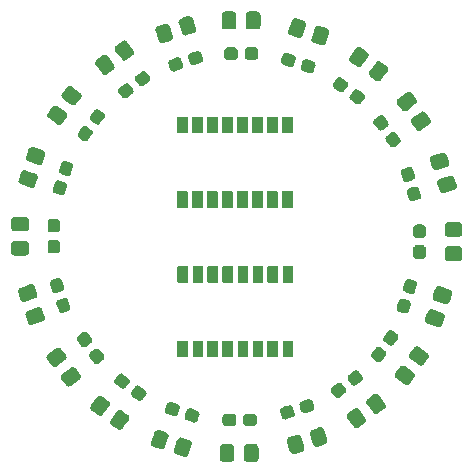
<source format=gbr>
G04 #@! TF.GenerationSoftware,KiCad,Pcbnew,9.0.1*
G04 #@! TF.CreationDate,2025-04-09T17:44:43+02:00*
G04 #@! TF.ProjectId,SMDChaser0805-0603,534d4443-6861-4736-9572-303830352d30,rev?*
G04 #@! TF.SameCoordinates,Original*
G04 #@! TF.FileFunction,Soldermask,Top*
G04 #@! TF.FilePolarity,Negative*
%FSLAX46Y46*%
G04 Gerber Fmt 4.6, Leading zero omitted, Abs format (unit mm)*
G04 Created by KiCad (PCBNEW 9.0.1) date 2025-04-09 17:44:43*
%MOMM*%
%LPD*%
G01*
G04 APERTURE LIST*
G04 APERTURE END LIST*
G36*
X70493614Y-108327775D02*
G01*
X70509426Y-108334756D01*
X70517231Y-108335993D01*
X70549739Y-108352556D01*
X70594806Y-108372456D01*
X70673024Y-108450674D01*
X70692926Y-108495747D01*
X70709486Y-108528248D01*
X70710721Y-108536050D01*
X70717705Y-108551866D01*
X70725700Y-108620780D01*
X70725700Y-109520780D01*
X70717705Y-109589694D01*
X70710721Y-109605509D01*
X70709486Y-109613311D01*
X70692929Y-109645804D01*
X70673024Y-109690886D01*
X70594806Y-109769104D01*
X70549724Y-109789009D01*
X70517231Y-109805566D01*
X70509429Y-109806801D01*
X70493614Y-109813785D01*
X70424700Y-109821780D01*
X69774700Y-109821780D01*
X69705786Y-109813785D01*
X69689970Y-109806801D01*
X69682168Y-109805566D01*
X69649667Y-109789006D01*
X69604594Y-109769104D01*
X69526376Y-109690886D01*
X69506476Y-109645819D01*
X69489913Y-109613311D01*
X69488676Y-109605506D01*
X69481695Y-109589694D01*
X69473700Y-109520780D01*
X69473700Y-108620780D01*
X69481695Y-108551866D01*
X69488676Y-108536054D01*
X69489913Y-108528248D01*
X69506480Y-108495733D01*
X69526376Y-108450674D01*
X69604594Y-108372456D01*
X69649653Y-108352560D01*
X69682168Y-108335993D01*
X69689974Y-108334756D01*
X69705786Y-108327775D01*
X69774700Y-108319780D01*
X70424700Y-108319780D01*
X70493614Y-108327775D01*
G37*
G36*
X72543614Y-108327775D02*
G01*
X72559426Y-108334756D01*
X72567231Y-108335993D01*
X72599739Y-108352556D01*
X72644806Y-108372456D01*
X72723024Y-108450674D01*
X72742926Y-108495747D01*
X72759486Y-108528248D01*
X72760721Y-108536050D01*
X72767705Y-108551866D01*
X72775700Y-108620780D01*
X72775700Y-109520780D01*
X72767705Y-109589694D01*
X72760721Y-109605509D01*
X72759486Y-109613311D01*
X72742929Y-109645804D01*
X72723024Y-109690886D01*
X72644806Y-109769104D01*
X72599724Y-109789009D01*
X72567231Y-109805566D01*
X72559429Y-109806801D01*
X72543614Y-109813785D01*
X72474700Y-109821780D01*
X71824700Y-109821780D01*
X71755786Y-109813785D01*
X71739970Y-109806801D01*
X71732168Y-109805566D01*
X71699667Y-109789006D01*
X71654594Y-109769104D01*
X71576376Y-109690886D01*
X71556476Y-109645819D01*
X71539913Y-109613311D01*
X71538676Y-109605506D01*
X71531695Y-109589694D01*
X71523700Y-109520780D01*
X71523700Y-108620780D01*
X71531695Y-108551866D01*
X71538676Y-108536054D01*
X71539913Y-108528248D01*
X71556480Y-108495733D01*
X71576376Y-108450674D01*
X71654594Y-108372456D01*
X71699653Y-108352560D01*
X71732168Y-108335993D01*
X71739974Y-108334756D01*
X71755786Y-108327775D01*
X71824700Y-108319780D01*
X72474700Y-108319780D01*
X72543614Y-108327775D01*
G37*
G36*
X66284231Y-107773488D02*
G01*
X66902418Y-107974349D01*
X66965489Y-108003248D01*
X66978373Y-108014777D01*
X66985412Y-108018364D01*
X67011208Y-108044160D01*
X67047921Y-108077013D01*
X67098140Y-108175573D01*
X67103139Y-108224593D01*
X67108845Y-108260616D01*
X67107609Y-108268416D01*
X67109364Y-108285620D01*
X67095672Y-108353631D01*
X66817557Y-109209582D01*
X66788657Y-109272653D01*
X66777127Y-109285537D01*
X66773541Y-109292576D01*
X66747749Y-109318367D01*
X66714893Y-109355085D01*
X66616333Y-109405304D01*
X66567309Y-109410304D01*
X66531289Y-109416009D01*
X66523488Y-109414773D01*
X66506286Y-109416528D01*
X66438275Y-109402836D01*
X65820088Y-109201975D01*
X65757017Y-109173076D01*
X65744131Y-109161545D01*
X65737093Y-109157959D01*
X65711297Y-109132163D01*
X65674585Y-109099311D01*
X65624366Y-109000751D01*
X65619367Y-108951745D01*
X65613660Y-108915707D01*
X65614896Y-108907902D01*
X65613142Y-108890704D01*
X65626834Y-108822693D01*
X65810567Y-108257220D01*
X65901908Y-107976100D01*
X65901909Y-107976097D01*
X65904949Y-107966742D01*
X65933849Y-107903671D01*
X65945375Y-107890790D01*
X65948964Y-107883747D01*
X65974773Y-107857937D01*
X66007613Y-107821239D01*
X66106173Y-107771020D01*
X66155176Y-107766022D01*
X66191216Y-107760314D01*
X66199020Y-107761550D01*
X66216220Y-107759796D01*
X66284231Y-107773488D01*
G37*
G36*
X76072465Y-107526452D02*
G01*
X76080270Y-107525216D01*
X76116308Y-107530923D01*
X76165314Y-107535922D01*
X76263874Y-107586141D01*
X76296727Y-107622855D01*
X76322523Y-107648651D01*
X76326109Y-107655689D01*
X76337638Y-107668573D01*
X76366538Y-107731644D01*
X76591495Y-108423992D01*
X76640917Y-108576098D01*
X76644653Y-108587595D01*
X76658345Y-108655606D01*
X76656590Y-108672808D01*
X76657826Y-108680609D01*
X76652121Y-108716629D01*
X76647121Y-108765653D01*
X76596902Y-108864213D01*
X76560174Y-108897079D01*
X76534391Y-108922862D01*
X76527357Y-108926445D01*
X76514470Y-108937978D01*
X76451399Y-108966877D01*
X75833212Y-109167738D01*
X75765201Y-109181430D01*
X75747998Y-109179675D01*
X75740198Y-109180911D01*
X75704176Y-109175205D01*
X75655154Y-109170206D01*
X75556594Y-109119987D01*
X75523740Y-109083272D01*
X75497944Y-109057476D01*
X75494357Y-109050437D01*
X75482830Y-109037555D01*
X75453930Y-108974484D01*
X75293611Y-108481073D01*
X75178854Y-108127889D01*
X75178853Y-108127883D01*
X75175815Y-108118533D01*
X75162123Y-108050522D01*
X75163877Y-108033323D01*
X75162641Y-108025519D01*
X75168348Y-107989479D01*
X75173347Y-107940475D01*
X75223566Y-107841915D01*
X75260274Y-107809065D01*
X75286076Y-107783265D01*
X75293114Y-107779678D01*
X75305998Y-107768150D01*
X75369069Y-107739251D01*
X75647907Y-107648651D01*
X75977899Y-107541429D01*
X75977906Y-107541427D01*
X75987256Y-107538390D01*
X76055267Y-107524698D01*
X76072465Y-107526452D01*
G37*
G36*
X64334565Y-107140004D02*
G01*
X64952752Y-107340865D01*
X65015823Y-107369764D01*
X65028707Y-107381293D01*
X65035746Y-107384880D01*
X65061542Y-107410676D01*
X65098255Y-107443529D01*
X65148474Y-107542089D01*
X65153473Y-107591109D01*
X65159179Y-107627132D01*
X65157943Y-107634932D01*
X65159698Y-107652136D01*
X65146006Y-107720147D01*
X64867891Y-108576098D01*
X64838991Y-108639169D01*
X64827461Y-108652053D01*
X64823875Y-108659092D01*
X64798083Y-108684883D01*
X64765227Y-108721601D01*
X64666667Y-108771820D01*
X64617643Y-108776820D01*
X64581623Y-108782525D01*
X64573822Y-108781289D01*
X64556620Y-108783044D01*
X64488609Y-108769352D01*
X63870422Y-108568491D01*
X63807351Y-108539592D01*
X63794465Y-108528061D01*
X63787427Y-108524475D01*
X63761631Y-108498679D01*
X63724919Y-108465827D01*
X63674700Y-108367267D01*
X63669701Y-108318261D01*
X63663994Y-108282223D01*
X63665230Y-108274418D01*
X63663476Y-108257220D01*
X63677168Y-108189209D01*
X63888150Y-107539871D01*
X63952242Y-107342616D01*
X63952243Y-107342613D01*
X63955283Y-107333258D01*
X63984183Y-107270187D01*
X63995709Y-107257306D01*
X63999298Y-107250263D01*
X64025107Y-107224453D01*
X64057947Y-107187755D01*
X64156507Y-107137536D01*
X64205510Y-107132538D01*
X64241550Y-107126830D01*
X64249354Y-107128066D01*
X64266554Y-107126312D01*
X64334565Y-107140004D01*
G37*
G36*
X78022131Y-106892968D02*
G01*
X78029936Y-106891732D01*
X78065974Y-106897439D01*
X78114980Y-106902438D01*
X78213540Y-106952657D01*
X78246393Y-106989371D01*
X78272189Y-107015167D01*
X78275775Y-107022205D01*
X78287304Y-107035089D01*
X78316204Y-107098160D01*
X78534829Y-107771020D01*
X78589888Y-107940475D01*
X78594319Y-107954111D01*
X78608011Y-108022122D01*
X78606256Y-108039324D01*
X78607492Y-108047125D01*
X78601787Y-108083145D01*
X78596787Y-108132169D01*
X78546568Y-108230729D01*
X78509840Y-108263595D01*
X78484057Y-108289378D01*
X78477023Y-108292961D01*
X78464136Y-108304494D01*
X78401065Y-108333393D01*
X77782878Y-108534254D01*
X77714867Y-108547946D01*
X77697664Y-108546191D01*
X77689864Y-108547427D01*
X77653842Y-108541721D01*
X77604820Y-108536722D01*
X77506260Y-108486503D01*
X77473406Y-108449788D01*
X77447610Y-108423992D01*
X77444023Y-108416953D01*
X77432496Y-108404071D01*
X77403596Y-108341000D01*
X77220188Y-107776529D01*
X77128520Y-107494405D01*
X77128519Y-107494399D01*
X77125481Y-107485049D01*
X77111789Y-107417038D01*
X77113543Y-107399839D01*
X77112307Y-107392035D01*
X77118014Y-107355995D01*
X77123013Y-107306991D01*
X77173232Y-107208431D01*
X77209940Y-107175581D01*
X77235742Y-107149781D01*
X77242780Y-107146194D01*
X77255664Y-107134666D01*
X77318735Y-107105767D01*
X77597573Y-107015167D01*
X77927565Y-106907945D01*
X77927572Y-106907943D01*
X77936922Y-106904906D01*
X78004933Y-106891214D01*
X78022131Y-106892968D01*
G37*
G36*
X61068489Y-105431198D02*
G01*
X61104526Y-105436906D01*
X61111565Y-105440492D01*
X61128464Y-105444139D01*
X61188916Y-105478178D01*
X61315671Y-105570271D01*
X61706816Y-105854453D01*
X61706819Y-105854456D01*
X61714777Y-105860238D01*
X61765831Y-105907213D01*
X61774521Y-105922159D01*
X61780105Y-105927743D01*
X61796659Y-105960232D01*
X61821434Y-106002840D01*
X61838738Y-106112095D01*
X61828344Y-106160264D01*
X61822640Y-106196282D01*
X61819054Y-106203318D01*
X61815407Y-106220224D01*
X61781368Y-106280676D01*
X61585169Y-106550720D01*
X61258146Y-107000830D01*
X61258142Y-107000833D01*
X61252361Y-107008791D01*
X61205387Y-107059844D01*
X61190439Y-107068535D01*
X61184856Y-107074119D01*
X61152368Y-107090672D01*
X61109760Y-107115448D01*
X61000505Y-107132752D01*
X60952334Y-107122358D01*
X60916313Y-107116653D01*
X60909276Y-107113067D01*
X60892376Y-107109421D01*
X60831924Y-107075382D01*
X60516190Y-106845988D01*
X60314023Y-106699106D01*
X60314020Y-106699103D01*
X60306063Y-106693322D01*
X60255009Y-106646347D01*
X60246318Y-106631400D01*
X60240734Y-106625816D01*
X60224176Y-106593320D01*
X60199406Y-106550720D01*
X60182102Y-106441465D01*
X60192491Y-106393316D01*
X60198199Y-106357277D01*
X60201786Y-106350236D01*
X60205433Y-106333336D01*
X60239472Y-106272884D01*
X60245255Y-106264923D01*
X60245258Y-106264919D01*
X60762693Y-105552729D01*
X60762702Y-105552719D01*
X60768479Y-105544769D01*
X60815453Y-105493716D01*
X60830395Y-105485027D01*
X60835983Y-105479440D01*
X60868492Y-105462875D01*
X60911080Y-105438112D01*
X61020335Y-105420808D01*
X61068489Y-105431198D01*
G37*
G36*
X81155558Y-105283272D02*
G01*
X81198148Y-105308037D01*
X81230651Y-105324598D01*
X81236237Y-105330184D01*
X81251185Y-105338876D01*
X81298159Y-105389929D01*
X81827166Y-106118044D01*
X81861205Y-106178496D01*
X81864851Y-106195398D01*
X81868438Y-106202436D01*
X81874143Y-106238460D01*
X81884536Y-106286625D01*
X81867232Y-106395880D01*
X81842455Y-106438490D01*
X81825904Y-106470975D01*
X81820321Y-106476557D01*
X81811629Y-106491507D01*
X81760575Y-106538482D01*
X81234714Y-106920542D01*
X81174262Y-106954581D01*
X81157359Y-106958227D01*
X81150322Y-106961814D01*
X81114297Y-106967519D01*
X81066133Y-106977912D01*
X80956878Y-106960608D01*
X80914280Y-106935838D01*
X80881784Y-106919281D01*
X80876198Y-106913695D01*
X80861251Y-106905004D01*
X80814277Y-106853951D01*
X80285270Y-106125836D01*
X80251231Y-106065384D01*
X80247584Y-106048483D01*
X80243997Y-106041443D01*
X80238289Y-106005404D01*
X80227900Y-105957255D01*
X80245204Y-105848000D01*
X80269968Y-105805410D01*
X80286531Y-105772904D01*
X80292117Y-105767317D01*
X80300807Y-105752373D01*
X80351861Y-105705398D01*
X80588237Y-105533661D01*
X80869761Y-105329121D01*
X80869765Y-105329118D01*
X80877722Y-105323338D01*
X80938174Y-105289299D01*
X80955070Y-105285653D01*
X80962113Y-105282065D01*
X80998157Y-105276356D01*
X81046303Y-105265968D01*
X81155558Y-105283272D01*
G37*
G36*
X70648812Y-105753003D02*
G01*
X70664194Y-105759795D01*
X70671430Y-105760941D01*
X70701562Y-105776294D01*
X70745802Y-105795828D01*
X70820772Y-105870798D01*
X70840308Y-105915044D01*
X70855658Y-105945169D01*
X70856803Y-105952402D01*
X70863597Y-105967788D01*
X70871260Y-106033840D01*
X70871260Y-106508840D01*
X70863597Y-106574892D01*
X70856803Y-106590278D01*
X70855658Y-106597510D01*
X70840312Y-106627627D01*
X70820772Y-106671882D01*
X70745802Y-106746852D01*
X70701547Y-106766392D01*
X70671430Y-106781738D01*
X70664198Y-106782883D01*
X70648812Y-106789677D01*
X70582760Y-106797340D01*
X70007760Y-106797340D01*
X69941708Y-106789677D01*
X69926322Y-106782883D01*
X69919089Y-106781738D01*
X69888964Y-106766388D01*
X69844718Y-106746852D01*
X69769748Y-106671882D01*
X69750214Y-106627642D01*
X69734861Y-106597510D01*
X69733715Y-106590274D01*
X69726923Y-106574892D01*
X69719260Y-106508840D01*
X69719260Y-106033840D01*
X69726923Y-105967788D01*
X69733714Y-105952405D01*
X69734861Y-105945169D01*
X69750217Y-105915030D01*
X69769748Y-105870798D01*
X69844718Y-105795828D01*
X69888950Y-105776297D01*
X69919089Y-105760941D01*
X69926325Y-105759794D01*
X69941708Y-105753003D01*
X70007760Y-105745340D01*
X70582760Y-105745340D01*
X70648812Y-105753003D01*
G37*
G36*
X72398812Y-105753003D02*
G01*
X72414194Y-105759795D01*
X72421430Y-105760941D01*
X72451562Y-105776294D01*
X72495802Y-105795828D01*
X72570772Y-105870798D01*
X72590308Y-105915044D01*
X72605658Y-105945169D01*
X72606803Y-105952402D01*
X72613597Y-105967788D01*
X72621260Y-106033840D01*
X72621260Y-106508840D01*
X72613597Y-106574892D01*
X72606803Y-106590278D01*
X72605658Y-106597510D01*
X72590312Y-106627627D01*
X72570772Y-106671882D01*
X72495802Y-106746852D01*
X72451547Y-106766392D01*
X72421430Y-106781738D01*
X72414198Y-106782883D01*
X72398812Y-106789677D01*
X72332760Y-106797340D01*
X71757760Y-106797340D01*
X71691708Y-106789677D01*
X71676322Y-106782883D01*
X71669089Y-106781738D01*
X71638964Y-106766388D01*
X71594718Y-106746852D01*
X71519748Y-106671882D01*
X71500214Y-106627642D01*
X71484861Y-106597510D01*
X71483715Y-106590274D01*
X71476923Y-106574892D01*
X71469260Y-106508840D01*
X71469260Y-106033840D01*
X71476923Y-105967788D01*
X71483714Y-105952405D01*
X71484861Y-105945169D01*
X71500217Y-105915030D01*
X71519748Y-105870798D01*
X71594718Y-105795828D01*
X71638950Y-105776297D01*
X71669089Y-105760941D01*
X71676325Y-105759794D01*
X71691708Y-105753003D01*
X71757760Y-105745340D01*
X72332760Y-105745340D01*
X72398812Y-105753003D01*
G37*
G36*
X67031548Y-105312632D02*
G01*
X67578406Y-105490317D01*
X67638857Y-105518016D01*
X67651389Y-105529230D01*
X67657912Y-105532554D01*
X67681808Y-105556450D01*
X67717866Y-105588716D01*
X67766000Y-105683184D01*
X67770908Y-105731311D01*
X67776195Y-105764694D01*
X67775049Y-105771923D01*
X67776757Y-105788661D01*
X67763634Y-105853848D01*
X67616851Y-106305600D01*
X67589152Y-106366051D01*
X67577935Y-106378586D01*
X67574613Y-106385106D01*
X67550720Y-106408998D01*
X67518451Y-106445060D01*
X67423984Y-106493194D01*
X67375851Y-106498102D01*
X67342472Y-106503389D01*
X67335243Y-106502244D01*
X67318507Y-106503951D01*
X67253320Y-106490828D01*
X66706462Y-106313143D01*
X66646011Y-106285444D01*
X66633476Y-106274228D01*
X66626955Y-106270905D01*
X66603059Y-106247009D01*
X66567002Y-106214744D01*
X66518868Y-106120276D01*
X66513960Y-106072159D01*
X66508672Y-106038763D01*
X66509817Y-106031531D01*
X66508111Y-106014799D01*
X66521234Y-105949612D01*
X66652775Y-105544769D01*
X66664977Y-105507215D01*
X66664978Y-105507212D01*
X66668017Y-105497860D01*
X66695716Y-105437409D01*
X66706929Y-105424877D01*
X66710254Y-105418353D01*
X66734164Y-105394442D01*
X66766417Y-105358400D01*
X66860884Y-105310266D01*
X66908995Y-105305359D01*
X66942395Y-105300070D01*
X66949627Y-105301215D01*
X66966361Y-105299509D01*
X67031548Y-105312632D01*
G37*
G36*
X75395888Y-105046215D02*
G01*
X75403124Y-105045069D01*
X75436532Y-105050360D01*
X75484636Y-105055266D01*
X75579103Y-105103400D01*
X75611364Y-105139452D01*
X75635263Y-105163351D01*
X75638585Y-105169872D01*
X75649804Y-105182409D01*
X75677503Y-105242860D01*
X75789207Y-105586651D01*
X75810703Y-105652809D01*
X75824286Y-105694612D01*
X75837409Y-105759799D01*
X75835702Y-105776531D01*
X75836848Y-105783763D01*
X75831559Y-105817152D01*
X75826652Y-105865276D01*
X75778518Y-105959744D01*
X75742450Y-105992018D01*
X75718565Y-106015904D01*
X75712045Y-106019225D01*
X75699509Y-106030444D01*
X75639058Y-106058143D01*
X75092200Y-106235828D01*
X75027013Y-106248951D01*
X75010279Y-106247244D01*
X75003047Y-106248390D01*
X74969654Y-106243101D01*
X74921536Y-106238194D01*
X74827069Y-106190060D01*
X74794807Y-106154007D01*
X74770908Y-106130108D01*
X74767585Y-106123586D01*
X74756368Y-106111051D01*
X74728669Y-106050600D01*
X74637987Y-105771509D01*
X74584925Y-105608204D01*
X74584924Y-105608198D01*
X74581886Y-105598848D01*
X74568763Y-105533661D01*
X74570469Y-105516931D01*
X74569323Y-105509695D01*
X74574614Y-105476284D01*
X74579520Y-105428184D01*
X74627654Y-105333716D01*
X74663702Y-105301458D01*
X74687606Y-105277555D01*
X74694130Y-105274230D01*
X74706663Y-105263016D01*
X74767114Y-105235317D01*
X75053071Y-105142404D01*
X75304615Y-105060672D01*
X75304616Y-105060671D01*
X75313972Y-105057632D01*
X75379159Y-105044509D01*
X75395888Y-105046215D01*
G37*
G36*
X65367200Y-104771852D02*
G01*
X65914058Y-104949537D01*
X65974509Y-104977236D01*
X65987041Y-104988450D01*
X65993564Y-104991774D01*
X66017460Y-105015670D01*
X66053518Y-105047936D01*
X66101652Y-105142404D01*
X66106560Y-105190531D01*
X66111847Y-105223914D01*
X66110701Y-105231143D01*
X66112409Y-105247881D01*
X66099286Y-105313068D01*
X65952503Y-105764820D01*
X65924804Y-105825271D01*
X65913587Y-105837806D01*
X65910265Y-105844326D01*
X65886372Y-105868218D01*
X65854103Y-105904280D01*
X65759636Y-105952414D01*
X65711503Y-105957322D01*
X65678124Y-105962609D01*
X65670895Y-105961464D01*
X65654159Y-105963171D01*
X65588972Y-105950048D01*
X65042114Y-105772363D01*
X64981663Y-105744664D01*
X64969128Y-105733448D01*
X64962607Y-105730125D01*
X64938711Y-105706229D01*
X64902654Y-105673964D01*
X64854520Y-105579496D01*
X64849612Y-105531379D01*
X64844324Y-105497983D01*
X64845469Y-105490751D01*
X64843763Y-105474019D01*
X64856886Y-105408832D01*
X64970010Y-105060672D01*
X65000629Y-104966435D01*
X65000630Y-104966432D01*
X65003669Y-104957080D01*
X65031368Y-104896629D01*
X65042581Y-104884097D01*
X65045906Y-104877573D01*
X65069816Y-104853662D01*
X65102069Y-104817620D01*
X65196536Y-104769486D01*
X65244647Y-104764579D01*
X65278047Y-104759290D01*
X65285279Y-104760435D01*
X65302013Y-104758729D01*
X65367200Y-104771852D01*
G37*
G36*
X59410005Y-104226238D02*
G01*
X59446042Y-104231946D01*
X59453081Y-104235532D01*
X59469980Y-104239179D01*
X59530432Y-104273218D01*
X59634188Y-104348601D01*
X60048332Y-104649493D01*
X60048335Y-104649496D01*
X60056293Y-104655278D01*
X60107347Y-104702253D01*
X60116037Y-104717199D01*
X60121621Y-104722783D01*
X60138175Y-104755272D01*
X60162950Y-104797880D01*
X60180254Y-104907135D01*
X60169860Y-104955304D01*
X60164156Y-104991322D01*
X60160570Y-104998358D01*
X60156923Y-105015264D01*
X60122884Y-105075716D01*
X59917502Y-105358400D01*
X59599662Y-105795870D01*
X59599658Y-105795873D01*
X59593877Y-105803831D01*
X59546903Y-105854884D01*
X59531955Y-105863575D01*
X59526372Y-105869159D01*
X59493884Y-105885712D01*
X59451276Y-105910488D01*
X59342021Y-105927792D01*
X59293850Y-105917398D01*
X59257829Y-105911693D01*
X59250792Y-105908107D01*
X59233892Y-105904461D01*
X59173440Y-105870422D01*
X58857706Y-105641028D01*
X58655539Y-105494146D01*
X58655536Y-105494143D01*
X58647579Y-105488362D01*
X58596525Y-105441387D01*
X58587834Y-105426440D01*
X58582250Y-105420856D01*
X58565692Y-105388360D01*
X58540922Y-105345760D01*
X58523618Y-105236505D01*
X58534007Y-105188356D01*
X58539715Y-105152317D01*
X58543302Y-105145276D01*
X58546949Y-105128376D01*
X58580988Y-105067924D01*
X58586771Y-105059963D01*
X58586774Y-105059959D01*
X59104209Y-104347769D01*
X59104218Y-104347759D01*
X59109995Y-104339809D01*
X59156969Y-104288756D01*
X59171911Y-104280067D01*
X59177499Y-104274480D01*
X59210008Y-104257915D01*
X59252596Y-104233152D01*
X59361851Y-104215848D01*
X59410005Y-104226238D01*
G37*
G36*
X82814042Y-104078312D02*
G01*
X82856632Y-104103077D01*
X82889135Y-104119638D01*
X82894721Y-104125224D01*
X82909669Y-104133916D01*
X82956643Y-104184969D01*
X83485650Y-104913084D01*
X83519689Y-104973536D01*
X83523335Y-104990438D01*
X83526922Y-104997476D01*
X83532627Y-105033500D01*
X83543020Y-105081665D01*
X83525716Y-105190920D01*
X83500939Y-105233530D01*
X83484388Y-105266015D01*
X83478805Y-105271597D01*
X83470113Y-105286547D01*
X83419059Y-105333522D01*
X82893198Y-105715582D01*
X82832746Y-105749621D01*
X82815843Y-105753267D01*
X82808806Y-105756854D01*
X82772781Y-105762559D01*
X82724617Y-105772952D01*
X82615362Y-105755648D01*
X82572764Y-105730878D01*
X82540268Y-105714321D01*
X82534682Y-105708735D01*
X82519735Y-105700044D01*
X82472761Y-105648991D01*
X81943754Y-104920876D01*
X81909715Y-104860424D01*
X81906068Y-104843523D01*
X81902481Y-104836483D01*
X81896773Y-104800444D01*
X81886384Y-104752295D01*
X81903688Y-104643040D01*
X81928452Y-104600450D01*
X81945015Y-104567944D01*
X81950601Y-104562357D01*
X81959291Y-104547413D01*
X82010345Y-104500438D01*
X82299220Y-104290558D01*
X82528245Y-104124161D01*
X82528249Y-104124158D01*
X82536206Y-104118378D01*
X82596658Y-104084339D01*
X82613554Y-104080693D01*
X82620597Y-104077105D01*
X82656641Y-104071396D01*
X82704787Y-104061008D01*
X82814042Y-104078312D01*
G37*
G36*
X77060236Y-104505435D02*
G01*
X77067472Y-104504289D01*
X77100880Y-104509580D01*
X77148984Y-104514486D01*
X77243451Y-104562620D01*
X77275712Y-104598672D01*
X77299611Y-104622571D01*
X77302933Y-104629092D01*
X77314152Y-104641629D01*
X77341851Y-104702080D01*
X77488634Y-105153832D01*
X77501757Y-105219019D01*
X77500050Y-105235751D01*
X77501196Y-105242983D01*
X77495907Y-105276372D01*
X77491000Y-105324496D01*
X77442866Y-105418964D01*
X77406798Y-105451238D01*
X77382913Y-105475124D01*
X77376393Y-105478445D01*
X77363857Y-105489664D01*
X77303406Y-105517363D01*
X76756548Y-105695048D01*
X76691361Y-105708171D01*
X76674627Y-105706464D01*
X76667395Y-105707610D01*
X76634002Y-105702321D01*
X76585884Y-105697414D01*
X76491417Y-105649280D01*
X76459155Y-105613227D01*
X76435256Y-105589328D01*
X76431933Y-105582806D01*
X76420716Y-105570271D01*
X76393017Y-105509820D01*
X76306316Y-105242983D01*
X76249273Y-105067424D01*
X76249272Y-105067418D01*
X76246234Y-105058068D01*
X76233111Y-104992881D01*
X76234817Y-104976151D01*
X76233671Y-104968915D01*
X76238962Y-104935504D01*
X76243868Y-104887404D01*
X76292002Y-104792936D01*
X76328050Y-104760678D01*
X76351954Y-104736775D01*
X76358478Y-104733450D01*
X76371011Y-104722236D01*
X76431462Y-104694537D01*
X76821075Y-104567944D01*
X76968963Y-104519892D01*
X76968964Y-104519891D01*
X76978320Y-104516852D01*
X77043507Y-104503729D01*
X77060236Y-104505435D01*
G37*
G36*
X62590423Y-103376333D02*
G01*
X62623825Y-103381623D01*
X62630352Y-103384948D01*
X62646791Y-103388496D01*
X62704733Y-103421121D01*
X62917595Y-103575774D01*
X63161953Y-103753310D01*
X63161955Y-103753312D01*
X63169917Y-103759097D01*
X63218850Y-103804121D01*
X63227305Y-103818662D01*
X63232482Y-103823839D01*
X63247828Y-103853958D01*
X63272145Y-103895777D01*
X63288731Y-104000495D01*
X63278524Y-104047793D01*
X63273239Y-104081167D01*
X63269916Y-104087687D01*
X63266368Y-104104133D01*
X63233743Y-104162075D01*
X62954545Y-104546358D01*
X62909521Y-104595291D01*
X62894975Y-104603748D01*
X62889802Y-104608922D01*
X62859697Y-104624261D01*
X62817865Y-104648585D01*
X62713147Y-104665171D01*
X62665861Y-104654967D01*
X62632474Y-104649680D01*
X62625949Y-104646355D01*
X62609509Y-104642808D01*
X62551567Y-104610183D01*
X62244393Y-104387008D01*
X62094346Y-104277993D01*
X62094344Y-104277991D01*
X62086383Y-104272207D01*
X62037450Y-104227183D01*
X62028994Y-104212641D01*
X62023817Y-104207464D01*
X62008467Y-104177339D01*
X61984155Y-104135527D01*
X61967569Y-104030809D01*
X61977770Y-103983530D01*
X61983060Y-103950136D01*
X61986384Y-103943611D01*
X61989932Y-103927171D01*
X62022557Y-103869229D01*
X62166309Y-103671371D01*
X62295970Y-103492908D01*
X62295970Y-103492907D01*
X62301755Y-103484946D01*
X62346779Y-103436013D01*
X62361319Y-103427558D01*
X62366497Y-103422381D01*
X62396623Y-103407030D01*
X62438435Y-103382719D01*
X62543153Y-103366133D01*
X62590423Y-103376333D01*
G37*
G36*
X79740605Y-103126919D02*
G01*
X79782423Y-103151234D01*
X79812544Y-103166582D01*
X79817719Y-103171757D01*
X79832261Y-103180213D01*
X79877285Y-103229146D01*
X80156483Y-103613429D01*
X80189108Y-103671371D01*
X80192655Y-103687813D01*
X80195979Y-103694335D01*
X80201265Y-103727714D01*
X80211471Y-103775009D01*
X80194885Y-103879727D01*
X80170564Y-103921552D01*
X80155221Y-103951666D01*
X80150045Y-103956841D01*
X80141590Y-103971383D01*
X80092657Y-104016407D01*
X79627473Y-104354383D01*
X79569531Y-104387008D01*
X79553090Y-104390555D01*
X79546566Y-104393880D01*
X79513179Y-104399167D01*
X79465893Y-104409371D01*
X79361175Y-104392785D01*
X79319349Y-104368465D01*
X79289235Y-104353121D01*
X79284060Y-104347946D01*
X79269519Y-104339491D01*
X79224495Y-104290558D01*
X78945297Y-103906275D01*
X78912672Y-103848333D01*
X78909124Y-103831892D01*
X78905800Y-103825368D01*
X78900510Y-103791974D01*
X78890309Y-103744695D01*
X78906895Y-103639977D01*
X78931203Y-103598172D01*
X78946558Y-103568037D01*
X78951737Y-103562857D01*
X78960190Y-103548321D01*
X79009123Y-103503297D01*
X79101731Y-103436013D01*
X79466349Y-103171102D01*
X79466352Y-103171100D01*
X79474307Y-103165321D01*
X79532249Y-103132696D01*
X79548684Y-103129149D01*
X79555213Y-103125823D01*
X79588621Y-103120532D01*
X79635887Y-103110333D01*
X79740605Y-103126919D01*
G37*
G36*
X61174643Y-102347709D02*
G01*
X61208045Y-102352999D01*
X61214572Y-102356324D01*
X61231011Y-102359872D01*
X61288953Y-102392497D01*
X61491399Y-102539583D01*
X61746173Y-102724686D01*
X61746175Y-102724688D01*
X61754137Y-102730473D01*
X61803070Y-102775497D01*
X61811525Y-102790038D01*
X61816702Y-102795215D01*
X61832048Y-102825334D01*
X61856365Y-102867153D01*
X61872951Y-102971871D01*
X61862744Y-103019169D01*
X61857459Y-103052543D01*
X61854136Y-103059063D01*
X61850588Y-103075509D01*
X61817963Y-103133451D01*
X61538765Y-103517734D01*
X61493741Y-103566667D01*
X61479195Y-103575124D01*
X61474022Y-103580298D01*
X61443917Y-103595637D01*
X61402085Y-103619961D01*
X61297367Y-103636547D01*
X61250081Y-103626343D01*
X61216694Y-103621056D01*
X61210169Y-103617731D01*
X61193729Y-103614184D01*
X61135787Y-103581559D01*
X60800525Y-103337977D01*
X60678566Y-103249369D01*
X60678564Y-103249367D01*
X60670603Y-103243583D01*
X60621670Y-103198559D01*
X60613214Y-103184017D01*
X60608037Y-103178840D01*
X60592687Y-103148715D01*
X60568375Y-103106903D01*
X60551789Y-103002185D01*
X60561990Y-102954906D01*
X60567280Y-102921512D01*
X60570604Y-102914987D01*
X60574152Y-102898547D01*
X60606777Y-102840605D01*
X60669422Y-102754381D01*
X60880190Y-102464284D01*
X60880190Y-102464283D01*
X60885975Y-102456322D01*
X60930999Y-102407389D01*
X60945539Y-102398934D01*
X60950717Y-102393757D01*
X60980843Y-102378406D01*
X61022655Y-102354095D01*
X61127373Y-102337509D01*
X61174643Y-102347709D01*
G37*
G36*
X57149740Y-101819528D02*
G01*
X57192336Y-101844296D01*
X57224835Y-101860855D01*
X57230419Y-101866439D01*
X57245367Y-101875131D01*
X57292342Y-101926185D01*
X57674402Y-102452046D01*
X57708441Y-102512498D01*
X57712087Y-102529398D01*
X57715674Y-102536437D01*
X57721379Y-102572464D01*
X57731772Y-102620627D01*
X57714468Y-102729882D01*
X57689694Y-102772486D01*
X57673141Y-102804975D01*
X57667557Y-102810558D01*
X57658864Y-102825509D01*
X57607811Y-102872483D01*
X56879696Y-103401490D01*
X56819244Y-103435529D01*
X56802340Y-103439176D01*
X56795303Y-103442762D01*
X56759282Y-103448466D01*
X56711115Y-103458860D01*
X56601860Y-103441556D01*
X56559256Y-103416783D01*
X56526764Y-103400228D01*
X56521180Y-103394644D01*
X56506233Y-103385953D01*
X56459258Y-103334899D01*
X56077198Y-102809038D01*
X56043159Y-102748586D01*
X56039512Y-102731687D01*
X56035925Y-102724646D01*
X56030216Y-102688604D01*
X56019828Y-102640457D01*
X56037132Y-102531202D01*
X56061892Y-102488618D01*
X56078458Y-102456108D01*
X56084045Y-102450520D01*
X56092736Y-102435575D01*
X56143789Y-102388601D01*
X56871904Y-101859594D01*
X56932356Y-101825555D01*
X56949254Y-101821908D01*
X56956296Y-101818321D01*
X56992337Y-101812612D01*
X57040485Y-101802224D01*
X57149740Y-101819528D01*
G37*
G36*
X81156385Y-102098295D02*
G01*
X81198203Y-102122610D01*
X81228324Y-102137958D01*
X81233499Y-102143133D01*
X81248041Y-102151589D01*
X81293065Y-102200522D01*
X81572263Y-102584805D01*
X81604888Y-102642747D01*
X81608435Y-102659189D01*
X81611759Y-102665711D01*
X81617045Y-102699090D01*
X81627251Y-102746385D01*
X81610665Y-102851103D01*
X81586344Y-102892928D01*
X81571001Y-102923042D01*
X81565825Y-102928217D01*
X81557370Y-102942759D01*
X81508437Y-102987783D01*
X81043253Y-103325759D01*
X80985311Y-103358384D01*
X80968870Y-103361931D01*
X80962346Y-103365256D01*
X80928959Y-103370543D01*
X80881673Y-103380747D01*
X80776955Y-103364161D01*
X80735129Y-103339841D01*
X80705015Y-103324497D01*
X80699840Y-103319322D01*
X80685299Y-103310867D01*
X80640275Y-103261934D01*
X80361077Y-102877651D01*
X80328452Y-102819709D01*
X80324904Y-102803268D01*
X80321580Y-102796744D01*
X80316290Y-102763350D01*
X80306089Y-102716071D01*
X80322675Y-102611353D01*
X80346983Y-102569548D01*
X80362338Y-102539413D01*
X80367517Y-102534233D01*
X80375970Y-102519697D01*
X80424903Y-102474673D01*
X80450161Y-102456322D01*
X80882129Y-102142478D01*
X80882132Y-102142476D01*
X80890087Y-102136697D01*
X80948029Y-102104072D01*
X80964464Y-102100525D01*
X80970993Y-102097199D01*
X81004401Y-102091908D01*
X81051667Y-102081709D01*
X81156385Y-102098295D01*
G37*
G36*
X85024446Y-101693173D02*
G01*
X85060482Y-101698881D01*
X85067521Y-101702468D01*
X85084424Y-101706115D01*
X85144876Y-101740154D01*
X85152839Y-101745939D01*
X85152840Y-101745940D01*
X85865030Y-102263375D01*
X85865037Y-102263382D01*
X85872991Y-102269161D01*
X85924044Y-102316135D01*
X85932733Y-102331079D01*
X85938319Y-102336665D01*
X85954876Y-102369160D01*
X85979648Y-102411762D01*
X85996952Y-102521017D01*
X85986557Y-102569188D01*
X85980853Y-102605208D01*
X85977267Y-102612243D01*
X85973621Y-102629146D01*
X85939582Y-102689598D01*
X85557522Y-103215459D01*
X85510547Y-103266513D01*
X85495597Y-103275205D01*
X85490016Y-103280787D01*
X85457534Y-103297337D01*
X85414920Y-103322116D01*
X85305665Y-103339420D01*
X85257498Y-103329027D01*
X85221477Y-103323322D01*
X85214439Y-103319736D01*
X85197536Y-103316089D01*
X85137084Y-103282050D01*
X85096099Y-103252273D01*
X84416929Y-102758828D01*
X84416922Y-102758821D01*
X84408969Y-102753043D01*
X84357916Y-102706069D01*
X84349226Y-102691124D01*
X84343640Y-102685538D01*
X84327079Y-102653036D01*
X84302312Y-102610442D01*
X84285008Y-102501187D01*
X84295397Y-102453034D01*
X84301106Y-102416995D01*
X84304693Y-102409954D01*
X84308339Y-102393058D01*
X84342378Y-102332606D01*
X84392677Y-102263375D01*
X84718653Y-101814705D01*
X84718659Y-101814698D01*
X84724438Y-101806745D01*
X84771413Y-101755691D01*
X84786357Y-101747001D01*
X84791943Y-101741416D01*
X84824446Y-101724854D01*
X84867040Y-101700088D01*
X84976295Y-101682784D01*
X85024446Y-101693173D01*
G37*
G36*
X55944780Y-100161044D02*
G01*
X55987376Y-100185812D01*
X56019875Y-100202371D01*
X56025459Y-100207955D01*
X56040407Y-100216647D01*
X56087382Y-100267701D01*
X56469442Y-100793562D01*
X56503481Y-100854014D01*
X56507127Y-100870914D01*
X56510714Y-100877953D01*
X56516419Y-100913980D01*
X56526812Y-100962143D01*
X56509508Y-101071398D01*
X56484734Y-101114002D01*
X56468181Y-101146491D01*
X56462597Y-101152074D01*
X56453904Y-101167025D01*
X56402851Y-101213999D01*
X55674736Y-101743006D01*
X55614284Y-101777045D01*
X55597380Y-101780692D01*
X55590343Y-101784278D01*
X55554322Y-101789982D01*
X55506155Y-101800376D01*
X55396900Y-101783072D01*
X55354296Y-101758299D01*
X55321804Y-101741744D01*
X55316220Y-101736160D01*
X55301273Y-101727469D01*
X55254298Y-101676415D01*
X54872238Y-101150554D01*
X54838199Y-101090102D01*
X54834552Y-101073203D01*
X54830965Y-101066162D01*
X54825256Y-101030120D01*
X54814868Y-100981973D01*
X54832172Y-100872718D01*
X54856932Y-100830134D01*
X54873498Y-100797624D01*
X54879085Y-100792036D01*
X54887776Y-100777091D01*
X54938829Y-100730117D01*
X55537856Y-100294898D01*
X55658984Y-100206893D01*
X55658985Y-100206892D01*
X55666944Y-100201110D01*
X55727396Y-100167071D01*
X55744294Y-100163424D01*
X55751336Y-100159837D01*
X55787377Y-100154128D01*
X55835525Y-100143740D01*
X55944780Y-100161044D01*
G37*
G36*
X86229406Y-100034689D02*
G01*
X86265442Y-100040397D01*
X86272481Y-100043984D01*
X86289384Y-100047631D01*
X86349836Y-100081670D01*
X86357799Y-100087455D01*
X86357800Y-100087456D01*
X87069990Y-100604891D01*
X87069997Y-100604898D01*
X87077951Y-100610677D01*
X87129004Y-100657651D01*
X87137693Y-100672595D01*
X87143279Y-100678181D01*
X87159836Y-100710676D01*
X87184608Y-100753278D01*
X87201912Y-100862533D01*
X87191517Y-100910704D01*
X87185813Y-100946724D01*
X87182227Y-100953759D01*
X87178581Y-100970662D01*
X87144542Y-101031114D01*
X86762482Y-101556975D01*
X86715507Y-101608029D01*
X86700557Y-101616721D01*
X86694976Y-101622303D01*
X86662494Y-101638853D01*
X86619880Y-101663632D01*
X86510625Y-101680936D01*
X86462458Y-101670543D01*
X86426437Y-101664838D01*
X86419399Y-101661252D01*
X86402496Y-101657605D01*
X86342044Y-101623566D01*
X86176871Y-101503561D01*
X85621889Y-101100344D01*
X85621882Y-101100337D01*
X85613929Y-101094559D01*
X85562876Y-101047585D01*
X85554186Y-101032640D01*
X85548600Y-101027054D01*
X85532039Y-100994552D01*
X85507272Y-100951958D01*
X85489968Y-100842703D01*
X85500357Y-100794550D01*
X85506066Y-100758511D01*
X85509653Y-100751470D01*
X85513299Y-100734574D01*
X85547338Y-100674122D01*
X85559305Y-100657651D01*
X85923613Y-100156221D01*
X85923619Y-100156214D01*
X85929398Y-100148261D01*
X85976373Y-100097207D01*
X85991317Y-100088517D01*
X85996903Y-100082932D01*
X86029406Y-100066370D01*
X86072000Y-100041604D01*
X86181255Y-100024300D01*
X86229406Y-100034689D01*
G37*
G36*
X59184447Y-100255235D02*
G01*
X59226259Y-100279547D01*
X59256386Y-100294898D01*
X59261563Y-100300075D01*
X59276103Y-100308530D01*
X59321127Y-100357463D01*
X59659103Y-100822647D01*
X59691728Y-100880589D01*
X59695275Y-100897027D01*
X59698600Y-100903553D01*
X59703888Y-100936943D01*
X59714091Y-100984227D01*
X59697505Y-101088945D01*
X59673181Y-101130777D01*
X59657841Y-101160884D01*
X59652667Y-101166057D01*
X59644211Y-101180601D01*
X59595278Y-101225625D01*
X59210995Y-101504823D01*
X59153053Y-101537448D01*
X59136609Y-101540996D01*
X59130088Y-101544319D01*
X59096711Y-101549605D01*
X59049415Y-101559811D01*
X58944697Y-101543225D01*
X58902878Y-101518908D01*
X58872757Y-101503561D01*
X58867580Y-101498384D01*
X58853041Y-101489930D01*
X58808017Y-101440997D01*
X58491887Y-101005882D01*
X58475822Y-100983770D01*
X58475821Y-100983769D01*
X58470041Y-100975813D01*
X58437416Y-100917871D01*
X58433869Y-100901434D01*
X58430543Y-100894906D01*
X58425252Y-100861501D01*
X58415053Y-100814233D01*
X58431639Y-100709515D01*
X58455950Y-100667703D01*
X58471302Y-100637575D01*
X58476479Y-100632397D01*
X58484933Y-100617859D01*
X58533866Y-100572835D01*
X58918149Y-100293637D01*
X58976091Y-100261012D01*
X58992529Y-100257464D01*
X58999055Y-100254140D01*
X59032452Y-100248850D01*
X59079729Y-100238649D01*
X59184447Y-100255235D01*
G37*
G36*
X82978072Y-100093851D02*
G01*
X83011463Y-100099140D01*
X83017986Y-100102464D01*
X83034429Y-100106012D01*
X83092371Y-100138637D01*
X83476654Y-100417835D01*
X83525587Y-100462859D01*
X83534043Y-100477402D01*
X83539218Y-100482577D01*
X83554561Y-100512689D01*
X83578881Y-100554515D01*
X83595467Y-100659233D01*
X83585263Y-100706520D01*
X83579976Y-100739905D01*
X83576651Y-100746428D01*
X83573104Y-100762871D01*
X83540479Y-100820813D01*
X83202503Y-101285997D01*
X83157479Y-101334930D01*
X83142935Y-101343386D01*
X83137760Y-101348562D01*
X83107649Y-101363904D01*
X83065823Y-101388225D01*
X82961105Y-101404811D01*
X82913809Y-101394605D01*
X82880432Y-101389319D01*
X82873910Y-101385996D01*
X82857467Y-101382448D01*
X82799525Y-101349823D01*
X82415242Y-101070625D01*
X82366309Y-101025601D01*
X82357852Y-101011057D01*
X82352677Y-101005882D01*
X82337330Y-100975763D01*
X82313015Y-100933945D01*
X82296429Y-100829227D01*
X82306628Y-100781959D01*
X82311919Y-100748554D01*
X82315245Y-100742026D01*
X82318792Y-100725589D01*
X82351417Y-100667647D01*
X82500204Y-100462859D01*
X82683606Y-100210426D01*
X82683611Y-100210420D01*
X82689393Y-100202463D01*
X82734417Y-100153530D01*
X82748955Y-100145076D01*
X82754135Y-100139897D01*
X82784267Y-100124543D01*
X82826073Y-100100235D01*
X82930791Y-100083649D01*
X82978072Y-100093851D01*
G37*
G36*
X66779517Y-99570582D02*
G01*
X66796062Y-99581638D01*
X66807118Y-99598183D01*
X66811000Y-99617700D01*
X66811000Y-100917700D01*
X66807118Y-100937217D01*
X66796062Y-100953762D01*
X66779517Y-100964818D01*
X66760000Y-100968700D01*
X65960000Y-100968700D01*
X65940483Y-100964818D01*
X65923938Y-100953762D01*
X65912882Y-100937217D01*
X65909000Y-100917700D01*
X65909000Y-99617700D01*
X65912882Y-99598183D01*
X65923938Y-99581638D01*
X65940483Y-99570582D01*
X65960000Y-99566700D01*
X66760000Y-99566700D01*
X66779517Y-99570582D01*
G37*
G36*
X68059517Y-99570582D02*
G01*
X68076062Y-99581638D01*
X68087118Y-99598183D01*
X68091000Y-99617700D01*
X68091000Y-100917700D01*
X68087118Y-100937217D01*
X68076062Y-100953762D01*
X68059517Y-100964818D01*
X68040000Y-100968700D01*
X67240000Y-100968700D01*
X67220483Y-100964818D01*
X67203938Y-100953762D01*
X67192882Y-100937217D01*
X67189000Y-100917700D01*
X67189000Y-99617700D01*
X67192882Y-99598183D01*
X67203938Y-99581638D01*
X67220483Y-99570582D01*
X67240000Y-99566700D01*
X68040000Y-99566700D01*
X68059517Y-99570582D01*
G37*
G36*
X69319517Y-99570582D02*
G01*
X69336062Y-99581638D01*
X69347118Y-99598183D01*
X69351000Y-99617700D01*
X69351000Y-100917700D01*
X69347118Y-100937217D01*
X69336062Y-100953762D01*
X69319517Y-100964818D01*
X69300000Y-100968700D01*
X68500000Y-100968700D01*
X68480483Y-100964818D01*
X68463938Y-100953762D01*
X68452882Y-100937217D01*
X68449000Y-100917700D01*
X68449000Y-99617700D01*
X68452882Y-99598183D01*
X68463938Y-99581638D01*
X68480483Y-99570582D01*
X68500000Y-99566700D01*
X69300000Y-99566700D01*
X69319517Y-99570582D01*
G37*
G36*
X70589517Y-99570582D02*
G01*
X70606062Y-99581638D01*
X70617118Y-99598183D01*
X70621000Y-99617700D01*
X70621000Y-100917700D01*
X70617118Y-100937217D01*
X70606062Y-100953762D01*
X70589517Y-100964818D01*
X70570000Y-100968700D01*
X69770000Y-100968700D01*
X69750483Y-100964818D01*
X69733938Y-100953762D01*
X69722882Y-100937217D01*
X69719000Y-100917700D01*
X69719000Y-99617700D01*
X69722882Y-99598183D01*
X69733938Y-99581638D01*
X69750483Y-99570582D01*
X69770000Y-99566700D01*
X70570000Y-99566700D01*
X70589517Y-99570582D01*
G37*
G36*
X71869517Y-99570582D02*
G01*
X71886062Y-99581638D01*
X71897118Y-99598183D01*
X71901000Y-99617700D01*
X71901000Y-100917700D01*
X71897118Y-100937217D01*
X71886062Y-100953762D01*
X71869517Y-100964818D01*
X71850000Y-100968700D01*
X71050000Y-100968700D01*
X71030483Y-100964818D01*
X71013938Y-100953762D01*
X71002882Y-100937217D01*
X70999000Y-100917700D01*
X70999000Y-99617700D01*
X71002882Y-99598183D01*
X71013938Y-99581638D01*
X71030483Y-99570582D01*
X71050000Y-99566700D01*
X71850000Y-99566700D01*
X71869517Y-99570582D01*
G37*
G36*
X73139517Y-99570582D02*
G01*
X73156062Y-99581638D01*
X73167118Y-99598183D01*
X73171000Y-99617700D01*
X73171000Y-100917700D01*
X73167118Y-100937217D01*
X73156062Y-100953762D01*
X73139517Y-100964818D01*
X73120000Y-100968700D01*
X72320000Y-100968700D01*
X72300483Y-100964818D01*
X72283938Y-100953762D01*
X72272882Y-100937217D01*
X72269000Y-100917700D01*
X72269000Y-99617700D01*
X72272882Y-99598183D01*
X72283938Y-99581638D01*
X72300483Y-99570582D01*
X72320000Y-99566700D01*
X73120000Y-99566700D01*
X73139517Y-99570582D01*
G37*
G36*
X74399517Y-99570582D02*
G01*
X74416062Y-99581638D01*
X74427118Y-99598183D01*
X74431000Y-99617700D01*
X74431000Y-100917700D01*
X74427118Y-100937217D01*
X74416062Y-100953762D01*
X74399517Y-100964818D01*
X74380000Y-100968700D01*
X73580000Y-100968700D01*
X73560483Y-100964818D01*
X73543938Y-100953762D01*
X73532882Y-100937217D01*
X73529000Y-100917700D01*
X73529000Y-99617700D01*
X73532882Y-99598183D01*
X73543938Y-99581638D01*
X73560483Y-99570582D01*
X73580000Y-99566700D01*
X74380000Y-99566700D01*
X74399517Y-99570582D01*
G37*
G36*
X75679517Y-99570582D02*
G01*
X75696062Y-99581638D01*
X75707118Y-99598183D01*
X75711000Y-99617700D01*
X75711000Y-100917700D01*
X75707118Y-100937217D01*
X75696062Y-100953762D01*
X75679517Y-100964818D01*
X75660000Y-100968700D01*
X74860000Y-100968700D01*
X74840483Y-100964818D01*
X74823938Y-100953762D01*
X74812882Y-100937217D01*
X74809000Y-100917700D01*
X74809000Y-99617700D01*
X74812882Y-99598183D01*
X74823938Y-99581638D01*
X74840483Y-99570582D01*
X74860000Y-99566700D01*
X75660000Y-99566700D01*
X75679517Y-99570582D01*
G37*
G36*
X58155823Y-98839455D02*
G01*
X58197635Y-98863767D01*
X58227762Y-98879118D01*
X58232939Y-98884295D01*
X58247479Y-98892750D01*
X58292503Y-98941683D01*
X58630479Y-99406867D01*
X58663104Y-99464809D01*
X58666651Y-99481247D01*
X58669976Y-99487773D01*
X58675264Y-99521163D01*
X58685467Y-99568447D01*
X58668881Y-99673165D01*
X58644557Y-99714997D01*
X58629217Y-99745104D01*
X58624043Y-99750277D01*
X58615587Y-99764821D01*
X58566654Y-99809845D01*
X58182371Y-100089043D01*
X58124429Y-100121668D01*
X58107985Y-100125216D01*
X58101464Y-100128539D01*
X58068087Y-100133825D01*
X58020791Y-100144031D01*
X57916073Y-100127445D01*
X57874254Y-100103128D01*
X57844133Y-100087781D01*
X57838956Y-100082604D01*
X57824417Y-100074150D01*
X57779393Y-100025217D01*
X57457114Y-99581638D01*
X57447198Y-99567990D01*
X57447197Y-99567989D01*
X57441417Y-99560033D01*
X57408792Y-99502091D01*
X57405245Y-99485654D01*
X57401919Y-99479126D01*
X57396628Y-99445721D01*
X57386429Y-99398453D01*
X57403015Y-99293735D01*
X57427326Y-99251923D01*
X57442678Y-99221795D01*
X57447855Y-99216617D01*
X57456309Y-99202079D01*
X57505242Y-99157055D01*
X57889525Y-98877857D01*
X57947467Y-98845232D01*
X57963905Y-98841684D01*
X57970431Y-98838360D01*
X58003828Y-98833070D01*
X58051105Y-98822869D01*
X58155823Y-98839455D01*
G37*
G36*
X84006696Y-98678071D02*
G01*
X84040087Y-98683360D01*
X84046610Y-98686684D01*
X84063053Y-98690232D01*
X84120995Y-98722857D01*
X84505278Y-99002055D01*
X84554211Y-99047079D01*
X84562667Y-99061622D01*
X84567842Y-99066797D01*
X84583185Y-99096909D01*
X84607505Y-99138735D01*
X84624091Y-99243453D01*
X84613887Y-99290740D01*
X84608600Y-99324125D01*
X84605275Y-99330648D01*
X84601728Y-99347091D01*
X84569103Y-99405033D01*
X84231127Y-99870217D01*
X84186103Y-99919150D01*
X84171559Y-99927606D01*
X84166384Y-99932782D01*
X84136273Y-99948124D01*
X84094447Y-99972445D01*
X83989729Y-99989031D01*
X83942433Y-99978825D01*
X83909056Y-99973539D01*
X83902534Y-99970216D01*
X83886091Y-99966668D01*
X83828149Y-99934043D01*
X83443866Y-99654845D01*
X83394933Y-99609821D01*
X83386476Y-99595277D01*
X83381301Y-99590102D01*
X83365954Y-99559983D01*
X83341639Y-99518165D01*
X83325053Y-99413447D01*
X83335252Y-99366179D01*
X83340543Y-99332774D01*
X83343869Y-99326246D01*
X83347416Y-99309809D01*
X83380041Y-99251867D01*
X83528828Y-99047079D01*
X83712230Y-98794646D01*
X83712235Y-98794640D01*
X83718017Y-98786683D01*
X83763041Y-98737750D01*
X83777579Y-98729296D01*
X83782759Y-98724117D01*
X83812891Y-98708763D01*
X83854697Y-98684455D01*
X83959415Y-98667869D01*
X84006696Y-98678071D01*
G37*
G36*
X87479347Y-96930754D02*
G01*
X88335298Y-97208869D01*
X88398369Y-97237769D01*
X88411251Y-97249296D01*
X88418292Y-97252884D01*
X88444092Y-97278684D01*
X88480801Y-97311533D01*
X88531020Y-97410093D01*
X88536019Y-97459113D01*
X88541725Y-97495136D01*
X88540489Y-97502936D01*
X88542244Y-97520140D01*
X88528552Y-97588151D01*
X88327691Y-98206338D01*
X88298792Y-98269409D01*
X88287260Y-98282295D01*
X88283675Y-98289332D01*
X88257888Y-98315118D01*
X88225027Y-98351841D01*
X88126467Y-98402060D01*
X88077443Y-98407060D01*
X88041423Y-98412765D01*
X88033622Y-98411529D01*
X88016420Y-98413284D01*
X87948409Y-98399592D01*
X87092458Y-98121477D01*
X87029387Y-98092577D01*
X87016503Y-98081048D01*
X87009463Y-98077461D01*
X86983663Y-98051661D01*
X86946955Y-98018813D01*
X86896736Y-97920253D01*
X86891737Y-97871247D01*
X86886030Y-97835209D01*
X86887266Y-97827404D01*
X86885512Y-97810206D01*
X86899204Y-97742195D01*
X87058077Y-97253233D01*
X87097024Y-97133366D01*
X87097025Y-97133363D01*
X87100065Y-97124008D01*
X87128964Y-97060937D01*
X87140492Y-97048054D01*
X87144080Y-97041013D01*
X87169884Y-97015208D01*
X87202729Y-96978505D01*
X87301289Y-96928286D01*
X87350292Y-96923288D01*
X87386332Y-96917580D01*
X87394136Y-96918816D01*
X87411336Y-96917062D01*
X87479347Y-96930754D01*
G37*
G36*
X54180662Y-96742696D02*
G01*
X54188467Y-96741460D01*
X54224505Y-96747167D01*
X54273511Y-96752166D01*
X54372071Y-96802385D01*
X54404928Y-96839103D01*
X54430720Y-96864895D01*
X54434305Y-96871931D01*
X54445836Y-96884817D01*
X54474735Y-96947888D01*
X54675596Y-97566075D01*
X54689288Y-97634086D01*
X54687533Y-97651288D01*
X54688769Y-97659089D01*
X54683064Y-97695109D01*
X54678064Y-97744133D01*
X54627845Y-97842693D01*
X54591121Y-97875555D01*
X54565334Y-97901342D01*
X54558297Y-97904927D01*
X54545413Y-97916457D01*
X54482342Y-97945357D01*
X53626391Y-98223472D01*
X53558380Y-98237164D01*
X53541177Y-98235409D01*
X53533377Y-98236645D01*
X53497355Y-98230939D01*
X53448333Y-98225940D01*
X53349773Y-98175721D01*
X53316915Y-98139002D01*
X53291123Y-98113210D01*
X53287537Y-98106173D01*
X53276008Y-98093289D01*
X53247109Y-98030218D01*
X53106513Y-97597508D01*
X53049287Y-97421387D01*
X53049286Y-97421381D01*
X53046248Y-97412031D01*
X53032556Y-97344020D01*
X53034310Y-97326821D01*
X53033074Y-97319017D01*
X53038781Y-97282977D01*
X53043780Y-97233973D01*
X53093999Y-97135413D01*
X53130703Y-97102568D01*
X53156509Y-97076763D01*
X53163550Y-97073175D01*
X53176431Y-97061649D01*
X53239502Y-97032749D01*
X53694790Y-96884817D01*
X54086096Y-96757673D01*
X54086103Y-96757671D01*
X54095453Y-96754634D01*
X54163464Y-96740942D01*
X54180662Y-96742696D01*
G37*
G36*
X85021988Y-96012314D02*
G01*
X85473740Y-96159097D01*
X85534191Y-96186796D01*
X85546723Y-96198010D01*
X85553246Y-96201334D01*
X85577147Y-96225235D01*
X85613200Y-96257497D01*
X85661334Y-96351964D01*
X85666242Y-96400093D01*
X85671529Y-96433475D01*
X85670384Y-96440703D01*
X85672091Y-96457441D01*
X85658968Y-96522628D01*
X85481283Y-97069486D01*
X85453584Y-97129937D01*
X85442366Y-97142472D01*
X85439045Y-97148992D01*
X85415158Y-97172878D01*
X85382884Y-97208946D01*
X85288416Y-97257080D01*
X85240285Y-97261988D01*
X85206905Y-97267275D01*
X85199676Y-97266130D01*
X85182939Y-97267837D01*
X85117752Y-97254714D01*
X84666000Y-97107931D01*
X84605549Y-97080232D01*
X84593015Y-97069016D01*
X84586493Y-97065693D01*
X84562592Y-97041792D01*
X84526540Y-97009531D01*
X84478406Y-96915064D01*
X84473498Y-96866947D01*
X84468210Y-96833551D01*
X84469355Y-96826319D01*
X84467649Y-96809587D01*
X84480772Y-96744400D01*
X84618751Y-96319743D01*
X84655417Y-96206897D01*
X84655418Y-96206894D01*
X84658457Y-96197542D01*
X84686156Y-96137091D01*
X84697369Y-96124559D01*
X84700694Y-96118035D01*
X84724598Y-96094130D01*
X84756856Y-96058082D01*
X84851324Y-96009948D01*
X84899434Y-96005041D01*
X84932834Y-95999752D01*
X84940066Y-96000897D01*
X84956801Y-95999191D01*
X85021988Y-96012314D01*
G37*
G36*
X56377977Y-95936443D02*
G01*
X56385214Y-95935297D01*
X56418622Y-95940588D01*
X56466726Y-95945494D01*
X56561194Y-95993628D01*
X56593459Y-96029685D01*
X56617354Y-96053580D01*
X56620676Y-96060101D01*
X56631894Y-96072637D01*
X56659593Y-96133088D01*
X56837278Y-96679946D01*
X56850401Y-96745133D01*
X56848694Y-96761865D01*
X56849840Y-96769097D01*
X56844551Y-96802486D01*
X56839644Y-96850610D01*
X56791510Y-96945077D01*
X56755448Y-96977346D01*
X56731558Y-97001237D01*
X56725038Y-97004558D01*
X56712501Y-97015778D01*
X56652050Y-97043477D01*
X56200298Y-97190260D01*
X56135111Y-97203383D01*
X56118377Y-97201676D01*
X56111145Y-97202822D01*
X56077752Y-97197533D01*
X56029634Y-97192626D01*
X55935166Y-97144492D01*
X55902900Y-97108434D01*
X55879005Y-97084539D01*
X55875682Y-97078017D01*
X55864466Y-97065483D01*
X55836767Y-97005032D01*
X55659082Y-96458174D01*
X55645959Y-96392987D01*
X55647665Y-96376257D01*
X55646519Y-96369021D01*
X55651810Y-96335610D01*
X55656716Y-96287510D01*
X55704850Y-96193043D01*
X55740892Y-96160790D01*
X55764801Y-96136882D01*
X55771325Y-96133557D01*
X55783859Y-96122342D01*
X55844310Y-96094643D01*
X56035598Y-96032489D01*
X56286705Y-95950899D01*
X56286712Y-95950897D01*
X56296062Y-95947860D01*
X56361249Y-95934737D01*
X56377977Y-95936443D01*
G37*
G36*
X88112831Y-94981088D02*
G01*
X88968782Y-95259203D01*
X89031853Y-95288103D01*
X89044735Y-95299630D01*
X89051776Y-95303218D01*
X89077576Y-95329018D01*
X89114285Y-95361867D01*
X89164504Y-95460427D01*
X89169503Y-95509447D01*
X89175209Y-95545470D01*
X89173973Y-95553270D01*
X89175728Y-95570474D01*
X89162036Y-95638485D01*
X88961175Y-96256672D01*
X88932276Y-96319743D01*
X88920744Y-96332629D01*
X88917159Y-96339666D01*
X88891372Y-96365452D01*
X88858511Y-96402175D01*
X88759951Y-96452394D01*
X88710927Y-96457394D01*
X88674907Y-96463099D01*
X88667106Y-96461863D01*
X88649904Y-96463618D01*
X88581893Y-96449926D01*
X87725942Y-96171811D01*
X87662871Y-96142911D01*
X87649987Y-96131382D01*
X87642947Y-96127795D01*
X87617147Y-96101995D01*
X87580439Y-96069147D01*
X87530220Y-95970587D01*
X87525221Y-95921581D01*
X87519514Y-95885543D01*
X87520750Y-95877738D01*
X87518996Y-95860540D01*
X87532688Y-95792529D01*
X87659791Y-95401345D01*
X87730508Y-95183700D01*
X87730509Y-95183697D01*
X87733549Y-95174342D01*
X87762448Y-95111271D01*
X87773976Y-95098388D01*
X87777564Y-95091347D01*
X87803368Y-95065542D01*
X87836213Y-95028839D01*
X87934773Y-94978620D01*
X87983776Y-94973622D01*
X88019816Y-94967914D01*
X88027620Y-94969150D01*
X88044820Y-94967396D01*
X88112831Y-94981088D01*
G37*
G36*
X53547178Y-94793030D02*
G01*
X53554983Y-94791794D01*
X53591021Y-94797501D01*
X53640027Y-94802500D01*
X53738587Y-94852719D01*
X53771444Y-94889437D01*
X53797236Y-94915229D01*
X53800821Y-94922265D01*
X53812352Y-94935151D01*
X53841251Y-94998222D01*
X54015491Y-95534480D01*
X54037731Y-95602927D01*
X54042112Y-95616409D01*
X54055804Y-95684420D01*
X54054049Y-95701622D01*
X54055285Y-95709423D01*
X54049580Y-95745443D01*
X54044580Y-95794467D01*
X53994361Y-95893027D01*
X53957637Y-95925889D01*
X53931850Y-95951676D01*
X53924813Y-95955261D01*
X53911929Y-95966791D01*
X53848858Y-95995691D01*
X52992907Y-96273806D01*
X52924896Y-96287498D01*
X52907693Y-96285743D01*
X52899893Y-96286979D01*
X52863871Y-96281273D01*
X52814849Y-96276274D01*
X52716289Y-96226055D01*
X52683431Y-96189336D01*
X52657639Y-96163544D01*
X52654053Y-96156507D01*
X52642524Y-96143623D01*
X52613625Y-96080552D01*
X52473029Y-95647842D01*
X52415803Y-95471721D01*
X52415802Y-95471715D01*
X52412764Y-95462365D01*
X52399072Y-95394354D01*
X52400826Y-95377155D01*
X52399590Y-95369351D01*
X52405297Y-95333311D01*
X52410296Y-95284307D01*
X52460515Y-95185747D01*
X52497219Y-95152902D01*
X52523025Y-95127097D01*
X52530066Y-95123509D01*
X52542947Y-95111983D01*
X52606018Y-95083083D01*
X53061306Y-94935151D01*
X53452612Y-94808007D01*
X53452619Y-94808005D01*
X53461969Y-94804968D01*
X53529980Y-94791276D01*
X53547178Y-94793030D01*
G37*
G36*
X85562768Y-94347966D02*
G01*
X86014520Y-94494749D01*
X86074971Y-94522448D01*
X86087503Y-94533662D01*
X86094026Y-94536986D01*
X86117927Y-94560887D01*
X86153980Y-94593149D01*
X86202114Y-94687616D01*
X86207022Y-94735745D01*
X86212309Y-94769127D01*
X86211164Y-94776355D01*
X86212871Y-94793093D01*
X86199748Y-94858280D01*
X86022063Y-95405138D01*
X85994364Y-95465589D01*
X85983146Y-95478124D01*
X85979825Y-95484644D01*
X85955938Y-95508530D01*
X85923664Y-95544598D01*
X85829196Y-95592732D01*
X85781065Y-95597640D01*
X85747685Y-95602927D01*
X85740456Y-95601782D01*
X85723719Y-95603489D01*
X85658532Y-95590366D01*
X85206780Y-95443583D01*
X85146329Y-95415884D01*
X85133795Y-95404668D01*
X85127273Y-95401345D01*
X85103372Y-95377444D01*
X85067320Y-95345183D01*
X85019186Y-95250716D01*
X85014278Y-95202599D01*
X85008990Y-95169203D01*
X85010135Y-95161971D01*
X85008429Y-95145239D01*
X85021552Y-95080052D01*
X85165743Y-94636278D01*
X85196197Y-94542549D01*
X85196198Y-94542546D01*
X85199237Y-94533194D01*
X85226936Y-94472743D01*
X85238149Y-94460211D01*
X85241474Y-94453687D01*
X85265378Y-94429782D01*
X85297636Y-94393734D01*
X85392104Y-94345600D01*
X85440214Y-94340693D01*
X85473614Y-94335404D01*
X85480846Y-94336549D01*
X85497581Y-94334843D01*
X85562768Y-94347966D01*
G37*
G36*
X55837197Y-94272095D02*
G01*
X55844434Y-94270949D01*
X55877842Y-94276240D01*
X55925946Y-94281146D01*
X56020414Y-94329280D01*
X56052679Y-94365337D01*
X56076574Y-94389232D01*
X56079896Y-94395753D01*
X56091114Y-94408289D01*
X56118813Y-94468740D01*
X56296498Y-95015598D01*
X56309621Y-95080785D01*
X56307914Y-95097517D01*
X56309060Y-95104749D01*
X56303771Y-95138138D01*
X56298864Y-95186262D01*
X56250730Y-95280729D01*
X56214668Y-95312998D01*
X56190778Y-95336889D01*
X56184258Y-95340210D01*
X56171721Y-95351430D01*
X56111270Y-95379129D01*
X55659518Y-95525912D01*
X55594331Y-95539035D01*
X55577597Y-95537328D01*
X55570365Y-95538474D01*
X55536972Y-95533185D01*
X55488854Y-95528278D01*
X55394386Y-95480144D01*
X55362120Y-95444086D01*
X55338225Y-95420191D01*
X55334902Y-95413669D01*
X55323686Y-95401135D01*
X55295987Y-95340684D01*
X55118302Y-94793826D01*
X55105179Y-94728639D01*
X55106885Y-94711909D01*
X55105739Y-94704673D01*
X55111030Y-94671262D01*
X55115936Y-94623162D01*
X55164070Y-94528695D01*
X55200112Y-94496442D01*
X55224021Y-94472534D01*
X55230545Y-94469209D01*
X55243079Y-94457994D01*
X55303530Y-94430295D01*
X55494818Y-94368141D01*
X55745925Y-94286551D01*
X55745932Y-94286549D01*
X55755282Y-94283512D01*
X55820469Y-94270389D01*
X55837197Y-94272095D01*
G37*
G36*
X66779517Y-93270582D02*
G01*
X66796062Y-93281638D01*
X66807118Y-93298183D01*
X66811000Y-93317700D01*
X66811000Y-94617700D01*
X66807118Y-94637217D01*
X66796062Y-94653762D01*
X66779517Y-94664818D01*
X66760000Y-94668700D01*
X65960000Y-94668700D01*
X65940483Y-94664818D01*
X65923938Y-94653762D01*
X65912882Y-94637217D01*
X65909000Y-94617700D01*
X65909000Y-93317700D01*
X65912882Y-93298183D01*
X65923938Y-93281638D01*
X65940483Y-93270582D01*
X65960000Y-93266700D01*
X66760000Y-93266700D01*
X66779517Y-93270582D01*
G37*
G36*
X68059517Y-93270582D02*
G01*
X68076062Y-93281638D01*
X68087118Y-93298183D01*
X68091000Y-93317700D01*
X68091000Y-94617700D01*
X68087118Y-94637217D01*
X68076062Y-94653762D01*
X68059517Y-94664818D01*
X68040000Y-94668700D01*
X67240000Y-94668700D01*
X67220483Y-94664818D01*
X67203938Y-94653762D01*
X67192882Y-94637217D01*
X67189000Y-94617700D01*
X67189000Y-93317700D01*
X67192882Y-93298183D01*
X67203938Y-93281638D01*
X67220483Y-93270582D01*
X67240000Y-93266700D01*
X68040000Y-93266700D01*
X68059517Y-93270582D01*
G37*
G36*
X69319517Y-93270582D02*
G01*
X69336062Y-93281638D01*
X69347118Y-93298183D01*
X69351000Y-93317700D01*
X69351000Y-94617700D01*
X69347118Y-94637217D01*
X69336062Y-94653762D01*
X69319517Y-94664818D01*
X69300000Y-94668700D01*
X68500000Y-94668700D01*
X68480483Y-94664818D01*
X68463938Y-94653762D01*
X68452882Y-94637217D01*
X68449000Y-94617700D01*
X68449000Y-93317700D01*
X68452882Y-93298183D01*
X68463938Y-93281638D01*
X68480483Y-93270582D01*
X68500000Y-93266700D01*
X69300000Y-93266700D01*
X69319517Y-93270582D01*
G37*
G36*
X70589517Y-93270582D02*
G01*
X70606062Y-93281638D01*
X70617118Y-93298183D01*
X70621000Y-93317700D01*
X70621000Y-94617700D01*
X70617118Y-94637217D01*
X70606062Y-94653762D01*
X70589517Y-94664818D01*
X70570000Y-94668700D01*
X69770000Y-94668700D01*
X69750483Y-94664818D01*
X69733938Y-94653762D01*
X69722882Y-94637217D01*
X69719000Y-94617700D01*
X69719000Y-93317700D01*
X69722882Y-93298183D01*
X69733938Y-93281638D01*
X69750483Y-93270582D01*
X69770000Y-93266700D01*
X70570000Y-93266700D01*
X70589517Y-93270582D01*
G37*
G36*
X71869517Y-93270582D02*
G01*
X71886062Y-93281638D01*
X71897118Y-93298183D01*
X71901000Y-93317700D01*
X71901000Y-94617700D01*
X71897118Y-94637217D01*
X71886062Y-94653762D01*
X71869517Y-94664818D01*
X71850000Y-94668700D01*
X71050000Y-94668700D01*
X71030483Y-94664818D01*
X71013938Y-94653762D01*
X71002882Y-94637217D01*
X70999000Y-94617700D01*
X70999000Y-93317700D01*
X71002882Y-93298183D01*
X71013938Y-93281638D01*
X71030483Y-93270582D01*
X71050000Y-93266700D01*
X71850000Y-93266700D01*
X71869517Y-93270582D01*
G37*
G36*
X73139517Y-93270582D02*
G01*
X73156062Y-93281638D01*
X73167118Y-93298183D01*
X73171000Y-93317700D01*
X73171000Y-94617700D01*
X73167118Y-94637217D01*
X73156062Y-94653762D01*
X73139517Y-94664818D01*
X73120000Y-94668700D01*
X72320000Y-94668700D01*
X72300483Y-94664818D01*
X72283938Y-94653762D01*
X72272882Y-94637217D01*
X72269000Y-94617700D01*
X72269000Y-93317700D01*
X72272882Y-93298183D01*
X72283938Y-93281638D01*
X72300483Y-93270582D01*
X72320000Y-93266700D01*
X73120000Y-93266700D01*
X73139517Y-93270582D01*
G37*
G36*
X74399517Y-93270582D02*
G01*
X74416062Y-93281638D01*
X74427118Y-93298183D01*
X74431000Y-93317700D01*
X74431000Y-94617700D01*
X74427118Y-94637217D01*
X74416062Y-94653762D01*
X74399517Y-94664818D01*
X74380000Y-94668700D01*
X73580000Y-94668700D01*
X73560483Y-94664818D01*
X73543938Y-94653762D01*
X73532882Y-94637217D01*
X73529000Y-94617700D01*
X73529000Y-93317700D01*
X73532882Y-93298183D01*
X73543938Y-93281638D01*
X73560483Y-93270582D01*
X73580000Y-93266700D01*
X74380000Y-93266700D01*
X74399517Y-93270582D01*
G37*
G36*
X75679517Y-93270582D02*
G01*
X75696062Y-93281638D01*
X75707118Y-93298183D01*
X75711000Y-93317700D01*
X75711000Y-94617700D01*
X75707118Y-94637217D01*
X75696062Y-94653762D01*
X75679517Y-94664818D01*
X75660000Y-94668700D01*
X74860000Y-94668700D01*
X74840483Y-94664818D01*
X74823938Y-94653762D01*
X74812882Y-94637217D01*
X74809000Y-94617700D01*
X74809000Y-93317700D01*
X74812882Y-93298183D01*
X74823938Y-93281638D01*
X74840483Y-93270582D01*
X74860000Y-93266700D01*
X75660000Y-93266700D01*
X75679517Y-93270582D01*
G37*
G36*
X89790294Y-91580295D02*
G01*
X89806106Y-91587276D01*
X89813911Y-91588513D01*
X89846419Y-91605076D01*
X89891486Y-91624976D01*
X89969704Y-91703194D01*
X89989606Y-91748267D01*
X90006166Y-91780768D01*
X90007401Y-91788570D01*
X90014385Y-91804386D01*
X90022380Y-91873300D01*
X90022380Y-92523300D01*
X90014385Y-92592214D01*
X90007401Y-92608029D01*
X90006166Y-92615831D01*
X89989609Y-92648324D01*
X89969704Y-92693406D01*
X89891486Y-92771624D01*
X89846404Y-92791529D01*
X89813911Y-92808086D01*
X89806109Y-92809321D01*
X89790294Y-92816305D01*
X89721380Y-92824300D01*
X88821380Y-92824300D01*
X88752466Y-92816305D01*
X88736650Y-92809321D01*
X88728848Y-92808086D01*
X88696347Y-92791526D01*
X88651274Y-92771624D01*
X88573056Y-92693406D01*
X88553156Y-92648339D01*
X88536593Y-92615831D01*
X88535356Y-92608026D01*
X88528375Y-92592214D01*
X88520380Y-92523300D01*
X88520380Y-91873300D01*
X88528375Y-91804386D01*
X88535356Y-91788574D01*
X88536593Y-91780768D01*
X88553160Y-91748253D01*
X88573056Y-91703194D01*
X88651274Y-91624976D01*
X88696333Y-91605080D01*
X88728848Y-91588513D01*
X88736654Y-91587276D01*
X88752466Y-91580295D01*
X88821380Y-91572300D01*
X89721380Y-91572300D01*
X89790294Y-91580295D01*
G37*
G36*
X86703812Y-91488003D02*
G01*
X86719194Y-91494795D01*
X86726430Y-91495941D01*
X86756562Y-91511294D01*
X86800802Y-91530828D01*
X86875772Y-91605798D01*
X86895308Y-91650044D01*
X86910658Y-91680169D01*
X86911803Y-91687402D01*
X86918597Y-91702788D01*
X86926260Y-91768840D01*
X86926260Y-92343840D01*
X86918597Y-92409892D01*
X86911803Y-92425278D01*
X86910658Y-92432510D01*
X86895312Y-92462627D01*
X86875772Y-92506882D01*
X86800802Y-92581852D01*
X86756547Y-92601392D01*
X86726430Y-92616738D01*
X86719198Y-92617883D01*
X86703812Y-92624677D01*
X86637760Y-92632340D01*
X86162760Y-92632340D01*
X86096708Y-92624677D01*
X86081322Y-92617883D01*
X86074089Y-92616738D01*
X86043964Y-92601388D01*
X85999718Y-92581852D01*
X85924748Y-92506882D01*
X85905214Y-92462642D01*
X85889861Y-92432510D01*
X85888715Y-92425274D01*
X85881923Y-92409892D01*
X85874260Y-92343840D01*
X85874260Y-91768840D01*
X85881923Y-91702788D01*
X85888714Y-91687405D01*
X85889861Y-91680169D01*
X85905217Y-91650030D01*
X85924748Y-91605798D01*
X85999718Y-91530828D01*
X86043950Y-91511297D01*
X86074089Y-91495941D01*
X86081325Y-91494794D01*
X86096708Y-91488003D01*
X86162760Y-91480340D01*
X86637760Y-91480340D01*
X86703812Y-91488003D01*
G37*
G36*
X53106694Y-91123735D02*
G01*
X53122506Y-91130716D01*
X53130311Y-91131953D01*
X53162819Y-91148516D01*
X53207886Y-91168416D01*
X53286104Y-91246634D01*
X53306006Y-91291707D01*
X53322566Y-91324208D01*
X53323801Y-91332010D01*
X53330785Y-91347826D01*
X53338780Y-91416740D01*
X53338780Y-92066740D01*
X53330785Y-92135654D01*
X53323801Y-92151469D01*
X53322566Y-92159271D01*
X53306009Y-92191764D01*
X53286104Y-92236846D01*
X53207886Y-92315064D01*
X53162804Y-92334969D01*
X53130311Y-92351526D01*
X53122509Y-92352761D01*
X53106694Y-92359745D01*
X53037780Y-92367740D01*
X52137780Y-92367740D01*
X52068866Y-92359745D01*
X52053050Y-92352761D01*
X52045248Y-92351526D01*
X52012747Y-92334966D01*
X51967674Y-92315064D01*
X51889456Y-92236846D01*
X51869556Y-92191779D01*
X51852993Y-92159271D01*
X51851756Y-92151466D01*
X51844775Y-92135654D01*
X51836780Y-92066740D01*
X51836780Y-91416740D01*
X51844775Y-91347826D01*
X51851756Y-91332014D01*
X51852993Y-91324208D01*
X51869560Y-91291693D01*
X51889456Y-91246634D01*
X51967674Y-91168416D01*
X52012733Y-91148520D01*
X52045248Y-91131953D01*
X52053054Y-91130716D01*
X52068866Y-91123735D01*
X52137780Y-91115740D01*
X53037780Y-91115740D01*
X53106694Y-91123735D01*
G37*
G36*
X55733812Y-91018003D02*
G01*
X55749194Y-91024795D01*
X55756430Y-91025941D01*
X55786562Y-91041294D01*
X55830802Y-91060828D01*
X55905772Y-91135798D01*
X55925308Y-91180044D01*
X55940658Y-91210169D01*
X55941803Y-91217402D01*
X55948597Y-91232788D01*
X55956260Y-91298840D01*
X55956260Y-91873840D01*
X55948597Y-91939892D01*
X55941803Y-91955278D01*
X55940658Y-91962510D01*
X55925312Y-91992627D01*
X55905772Y-92036882D01*
X55830802Y-92111852D01*
X55786547Y-92131392D01*
X55756430Y-92146738D01*
X55749198Y-92147883D01*
X55733812Y-92154677D01*
X55667760Y-92162340D01*
X55192760Y-92162340D01*
X55126708Y-92154677D01*
X55111322Y-92147883D01*
X55104089Y-92146738D01*
X55073964Y-92131388D01*
X55029718Y-92111852D01*
X54954748Y-92036882D01*
X54935214Y-91992642D01*
X54919861Y-91962510D01*
X54918715Y-91955274D01*
X54911923Y-91939892D01*
X54904260Y-91873840D01*
X54904260Y-91298840D01*
X54911923Y-91232788D01*
X54918714Y-91217405D01*
X54919861Y-91210169D01*
X54935217Y-91180030D01*
X54954748Y-91135798D01*
X55029718Y-91060828D01*
X55073950Y-91041297D01*
X55104089Y-91025941D01*
X55111325Y-91024794D01*
X55126708Y-91018003D01*
X55192760Y-91010340D01*
X55667760Y-91010340D01*
X55733812Y-91018003D01*
G37*
G36*
X86703812Y-89738003D02*
G01*
X86719194Y-89744795D01*
X86726430Y-89745941D01*
X86756562Y-89761294D01*
X86800802Y-89780828D01*
X86875772Y-89855798D01*
X86895308Y-89900044D01*
X86910658Y-89930169D01*
X86911803Y-89937402D01*
X86918597Y-89952788D01*
X86926260Y-90018840D01*
X86926260Y-90593840D01*
X86918597Y-90659892D01*
X86911803Y-90675278D01*
X86910658Y-90682510D01*
X86895312Y-90712627D01*
X86875772Y-90756882D01*
X86800802Y-90831852D01*
X86756547Y-90851392D01*
X86726430Y-90866738D01*
X86719198Y-90867883D01*
X86703812Y-90874677D01*
X86637760Y-90882340D01*
X86162760Y-90882340D01*
X86096708Y-90874677D01*
X86081322Y-90867883D01*
X86074089Y-90866738D01*
X86043964Y-90851388D01*
X85999718Y-90831852D01*
X85924748Y-90756882D01*
X85905214Y-90712642D01*
X85889861Y-90682510D01*
X85888715Y-90675274D01*
X85881923Y-90659892D01*
X85874260Y-90593840D01*
X85874260Y-90018840D01*
X85881923Y-89952788D01*
X85888714Y-89937405D01*
X85889861Y-89930169D01*
X85905217Y-89900030D01*
X85924748Y-89855798D01*
X85999718Y-89780828D01*
X86043950Y-89761297D01*
X86074089Y-89745941D01*
X86081325Y-89744794D01*
X86096708Y-89738003D01*
X86162760Y-89730340D01*
X86637760Y-89730340D01*
X86703812Y-89738003D01*
G37*
G36*
X89790294Y-89530295D02*
G01*
X89806106Y-89537276D01*
X89813911Y-89538513D01*
X89846419Y-89555076D01*
X89891486Y-89574976D01*
X89969704Y-89653194D01*
X89989606Y-89698267D01*
X90006166Y-89730768D01*
X90007401Y-89738570D01*
X90014385Y-89754386D01*
X90022380Y-89823300D01*
X90022380Y-90473300D01*
X90014385Y-90542214D01*
X90007401Y-90558029D01*
X90006166Y-90565831D01*
X89989609Y-90598324D01*
X89969704Y-90643406D01*
X89891486Y-90721624D01*
X89846404Y-90741529D01*
X89813911Y-90758086D01*
X89806109Y-90759321D01*
X89790294Y-90766305D01*
X89721380Y-90774300D01*
X88821380Y-90774300D01*
X88752466Y-90766305D01*
X88736650Y-90759321D01*
X88728848Y-90758086D01*
X88696347Y-90741526D01*
X88651274Y-90721624D01*
X88573056Y-90643406D01*
X88553156Y-90598339D01*
X88536593Y-90565831D01*
X88535356Y-90558026D01*
X88528375Y-90542214D01*
X88520380Y-90473300D01*
X88520380Y-89823300D01*
X88528375Y-89754386D01*
X88535356Y-89738574D01*
X88536593Y-89730768D01*
X88553160Y-89698253D01*
X88573056Y-89653194D01*
X88651274Y-89574976D01*
X88696333Y-89555080D01*
X88728848Y-89538513D01*
X88736654Y-89537276D01*
X88752466Y-89530295D01*
X88821380Y-89522300D01*
X89721380Y-89522300D01*
X89790294Y-89530295D01*
G37*
G36*
X55733812Y-89268003D02*
G01*
X55749194Y-89274795D01*
X55756430Y-89275941D01*
X55786562Y-89291294D01*
X55830802Y-89310828D01*
X55905772Y-89385798D01*
X55925308Y-89430044D01*
X55940658Y-89460169D01*
X55941803Y-89467402D01*
X55948597Y-89482788D01*
X55956260Y-89548840D01*
X55956260Y-90123840D01*
X55948597Y-90189892D01*
X55941803Y-90205278D01*
X55940658Y-90212510D01*
X55925312Y-90242627D01*
X55905772Y-90286882D01*
X55830802Y-90361852D01*
X55786547Y-90381392D01*
X55756430Y-90396738D01*
X55749198Y-90397883D01*
X55733812Y-90404677D01*
X55667760Y-90412340D01*
X55192760Y-90412340D01*
X55126708Y-90404677D01*
X55111322Y-90397883D01*
X55104089Y-90396738D01*
X55073964Y-90381388D01*
X55029718Y-90361852D01*
X54954748Y-90286882D01*
X54935214Y-90242642D01*
X54919861Y-90212510D01*
X54918715Y-90205274D01*
X54911923Y-90189892D01*
X54904260Y-90123840D01*
X54904260Y-89548840D01*
X54911923Y-89482788D01*
X54918714Y-89467405D01*
X54919861Y-89460169D01*
X54935217Y-89430030D01*
X54954748Y-89385798D01*
X55029718Y-89310828D01*
X55073950Y-89291297D01*
X55104089Y-89275941D01*
X55111325Y-89274794D01*
X55126708Y-89268003D01*
X55192760Y-89260340D01*
X55667760Y-89260340D01*
X55733812Y-89268003D01*
G37*
G36*
X53106694Y-89073735D02*
G01*
X53122506Y-89080716D01*
X53130311Y-89081953D01*
X53162819Y-89098516D01*
X53207886Y-89118416D01*
X53286104Y-89196634D01*
X53306006Y-89241707D01*
X53322566Y-89274208D01*
X53323801Y-89282010D01*
X53330785Y-89297826D01*
X53338780Y-89366740D01*
X53338780Y-90016740D01*
X53330785Y-90085654D01*
X53323801Y-90101469D01*
X53322566Y-90109271D01*
X53306009Y-90141764D01*
X53286104Y-90186846D01*
X53207886Y-90265064D01*
X53162804Y-90284969D01*
X53130311Y-90301526D01*
X53122509Y-90302761D01*
X53106694Y-90309745D01*
X53037780Y-90317740D01*
X52137780Y-90317740D01*
X52068866Y-90309745D01*
X52053050Y-90302761D01*
X52045248Y-90301526D01*
X52012747Y-90284966D01*
X51967674Y-90265064D01*
X51889456Y-90186846D01*
X51869556Y-90141779D01*
X51852993Y-90109271D01*
X51851756Y-90101466D01*
X51844775Y-90085654D01*
X51836780Y-90016740D01*
X51836780Y-89366740D01*
X51844775Y-89297826D01*
X51851756Y-89282014D01*
X51852993Y-89274208D01*
X51869560Y-89241693D01*
X51889456Y-89196634D01*
X51967674Y-89118416D01*
X52012733Y-89098520D01*
X52045248Y-89081953D01*
X52053054Y-89080716D01*
X52068866Y-89073735D01*
X52137780Y-89065740D01*
X53037780Y-89065740D01*
X53106694Y-89073735D01*
G37*
G36*
X66731257Y-86926462D02*
G01*
X66747802Y-86937518D01*
X66758858Y-86954063D01*
X66762740Y-86973580D01*
X66762740Y-88273580D01*
X66758858Y-88293097D01*
X66747802Y-88309642D01*
X66731257Y-88320698D01*
X66711740Y-88324580D01*
X65911740Y-88324580D01*
X65892223Y-88320698D01*
X65875678Y-88309642D01*
X65864622Y-88293097D01*
X65860740Y-88273580D01*
X65860740Y-86973580D01*
X65864622Y-86954063D01*
X65875678Y-86937518D01*
X65892223Y-86926462D01*
X65911740Y-86922580D01*
X66711740Y-86922580D01*
X66731257Y-86926462D01*
G37*
G36*
X68011257Y-86926462D02*
G01*
X68027802Y-86937518D01*
X68038858Y-86954063D01*
X68042740Y-86973580D01*
X68042740Y-88273580D01*
X68038858Y-88293097D01*
X68027802Y-88309642D01*
X68011257Y-88320698D01*
X67991740Y-88324580D01*
X67191740Y-88324580D01*
X67172223Y-88320698D01*
X67155678Y-88309642D01*
X67144622Y-88293097D01*
X67140740Y-88273580D01*
X67140740Y-86973580D01*
X67144622Y-86954063D01*
X67155678Y-86937518D01*
X67172223Y-86926462D01*
X67191740Y-86922580D01*
X67991740Y-86922580D01*
X68011257Y-86926462D01*
G37*
G36*
X69271257Y-86926462D02*
G01*
X69287802Y-86937518D01*
X69298858Y-86954063D01*
X69302740Y-86973580D01*
X69302740Y-88273580D01*
X69298858Y-88293097D01*
X69287802Y-88309642D01*
X69271257Y-88320698D01*
X69251740Y-88324580D01*
X68451740Y-88324580D01*
X68432223Y-88320698D01*
X68415678Y-88309642D01*
X68404622Y-88293097D01*
X68400740Y-88273580D01*
X68400740Y-86973580D01*
X68404622Y-86954063D01*
X68415678Y-86937518D01*
X68432223Y-86926462D01*
X68451740Y-86922580D01*
X69251740Y-86922580D01*
X69271257Y-86926462D01*
G37*
G36*
X70541257Y-86926462D02*
G01*
X70557802Y-86937518D01*
X70568858Y-86954063D01*
X70572740Y-86973580D01*
X70572740Y-88273580D01*
X70568858Y-88293097D01*
X70557802Y-88309642D01*
X70541257Y-88320698D01*
X70521740Y-88324580D01*
X69721740Y-88324580D01*
X69702223Y-88320698D01*
X69685678Y-88309642D01*
X69674622Y-88293097D01*
X69670740Y-88273580D01*
X69670740Y-86973580D01*
X69674622Y-86954063D01*
X69685678Y-86937518D01*
X69702223Y-86926462D01*
X69721740Y-86922580D01*
X70521740Y-86922580D01*
X70541257Y-86926462D01*
G37*
G36*
X71821257Y-86926462D02*
G01*
X71837802Y-86937518D01*
X71848858Y-86954063D01*
X71852740Y-86973580D01*
X71852740Y-88273580D01*
X71848858Y-88293097D01*
X71837802Y-88309642D01*
X71821257Y-88320698D01*
X71801740Y-88324580D01*
X71001740Y-88324580D01*
X70982223Y-88320698D01*
X70965678Y-88309642D01*
X70954622Y-88293097D01*
X70950740Y-88273580D01*
X70950740Y-86973580D01*
X70954622Y-86954063D01*
X70965678Y-86937518D01*
X70982223Y-86926462D01*
X71001740Y-86922580D01*
X71801740Y-86922580D01*
X71821257Y-86926462D01*
G37*
G36*
X73091257Y-86926462D02*
G01*
X73107802Y-86937518D01*
X73118858Y-86954063D01*
X73122740Y-86973580D01*
X73122740Y-88273580D01*
X73118858Y-88293097D01*
X73107802Y-88309642D01*
X73091257Y-88320698D01*
X73071740Y-88324580D01*
X72271740Y-88324580D01*
X72252223Y-88320698D01*
X72235678Y-88309642D01*
X72224622Y-88293097D01*
X72220740Y-88273580D01*
X72220740Y-86973580D01*
X72224622Y-86954063D01*
X72235678Y-86937518D01*
X72252223Y-86926462D01*
X72271740Y-86922580D01*
X73071740Y-86922580D01*
X73091257Y-86926462D01*
G37*
G36*
X74351257Y-86926462D02*
G01*
X74367802Y-86937518D01*
X74378858Y-86954063D01*
X74382740Y-86973580D01*
X74382740Y-88273580D01*
X74378858Y-88293097D01*
X74367802Y-88309642D01*
X74351257Y-88320698D01*
X74331740Y-88324580D01*
X73531740Y-88324580D01*
X73512223Y-88320698D01*
X73495678Y-88309642D01*
X73484622Y-88293097D01*
X73480740Y-88273580D01*
X73480740Y-86973580D01*
X73484622Y-86954063D01*
X73495678Y-86937518D01*
X73512223Y-86926462D01*
X73531740Y-86922580D01*
X74331740Y-86922580D01*
X74351257Y-86926462D01*
G37*
G36*
X75631257Y-86926462D02*
G01*
X75647802Y-86937518D01*
X75658858Y-86954063D01*
X75662740Y-86973580D01*
X75662740Y-88273580D01*
X75658858Y-88293097D01*
X75647802Y-88309642D01*
X75631257Y-88320698D01*
X75611740Y-88324580D01*
X74811740Y-88324580D01*
X74792223Y-88320698D01*
X74775678Y-88309642D01*
X74764622Y-88293097D01*
X74760740Y-88273580D01*
X74760740Y-86973580D01*
X74764622Y-86954063D01*
X74775678Y-86937518D01*
X74792223Y-86926462D01*
X74811740Y-86922580D01*
X75611740Y-86922580D01*
X75631257Y-86926462D01*
G37*
G36*
X86080447Y-86510897D02*
G01*
X86087684Y-86509751D01*
X86121092Y-86515042D01*
X86169196Y-86519948D01*
X86263664Y-86568082D01*
X86295929Y-86604139D01*
X86319824Y-86628034D01*
X86323146Y-86634555D01*
X86334364Y-86647091D01*
X86362063Y-86707542D01*
X86539748Y-87254400D01*
X86552871Y-87319587D01*
X86551164Y-87336319D01*
X86552310Y-87343551D01*
X86547021Y-87376940D01*
X86542114Y-87425064D01*
X86493980Y-87519531D01*
X86457918Y-87551800D01*
X86434028Y-87575691D01*
X86427508Y-87579012D01*
X86414971Y-87590232D01*
X86354520Y-87617931D01*
X85902768Y-87764714D01*
X85837581Y-87777837D01*
X85820847Y-87776130D01*
X85813615Y-87777276D01*
X85780222Y-87771987D01*
X85732104Y-87767080D01*
X85637636Y-87718946D01*
X85605370Y-87682888D01*
X85581475Y-87658993D01*
X85578152Y-87652471D01*
X85566936Y-87639937D01*
X85539237Y-87579486D01*
X85361552Y-87032628D01*
X85348429Y-86967441D01*
X85350135Y-86950711D01*
X85348989Y-86943475D01*
X85354280Y-86910064D01*
X85359186Y-86861964D01*
X85407320Y-86767497D01*
X85443362Y-86735244D01*
X85467271Y-86711336D01*
X85473795Y-86708011D01*
X85486329Y-86696796D01*
X85546780Y-86669097D01*
X85755687Y-86601219D01*
X85989175Y-86525353D01*
X85989182Y-86525351D01*
X85998532Y-86522314D01*
X86063719Y-86509191D01*
X86080447Y-86510897D01*
G37*
G36*
X55901988Y-86012314D02*
G01*
X56353740Y-86159097D01*
X56414191Y-86186796D01*
X56426723Y-86198010D01*
X56433246Y-86201334D01*
X56457147Y-86225235D01*
X56493200Y-86257497D01*
X56541334Y-86351964D01*
X56546242Y-86400093D01*
X56551529Y-86433475D01*
X56550384Y-86440703D01*
X56552091Y-86457441D01*
X56538968Y-86522628D01*
X56361283Y-87069486D01*
X56333584Y-87129937D01*
X56322366Y-87142472D01*
X56319045Y-87148992D01*
X56295158Y-87172878D01*
X56262884Y-87208946D01*
X56168416Y-87257080D01*
X56120285Y-87261988D01*
X56086905Y-87267275D01*
X56079676Y-87266130D01*
X56062939Y-87267837D01*
X55997752Y-87254714D01*
X55546000Y-87107931D01*
X55485549Y-87080232D01*
X55473015Y-87069016D01*
X55466493Y-87065693D01*
X55442592Y-87041792D01*
X55406540Y-87009531D01*
X55358406Y-86915064D01*
X55353498Y-86866947D01*
X55348210Y-86833551D01*
X55349355Y-86826319D01*
X55347649Y-86809587D01*
X55360772Y-86744400D01*
X55470212Y-86407579D01*
X55535417Y-86206897D01*
X55535418Y-86206894D01*
X55538457Y-86197542D01*
X55566156Y-86137091D01*
X55577369Y-86124559D01*
X55580694Y-86118035D01*
X55604598Y-86094130D01*
X55636856Y-86058082D01*
X55731324Y-86009948D01*
X55779434Y-86005041D01*
X55812834Y-85999752D01*
X55820066Y-86000897D01*
X55836801Y-85999191D01*
X55901988Y-86012314D01*
G37*
G36*
X89041742Y-85592296D02*
G01*
X89049547Y-85591060D01*
X89085585Y-85596767D01*
X89134591Y-85601766D01*
X89233151Y-85651985D01*
X89266008Y-85688703D01*
X89291800Y-85714495D01*
X89295385Y-85721531D01*
X89306916Y-85734417D01*
X89335815Y-85797488D01*
X89536676Y-86415675D01*
X89550368Y-86483686D01*
X89548613Y-86500888D01*
X89549849Y-86508689D01*
X89544144Y-86544709D01*
X89539144Y-86593733D01*
X89488925Y-86692293D01*
X89452201Y-86725155D01*
X89426414Y-86750942D01*
X89419377Y-86754527D01*
X89406493Y-86766057D01*
X89343422Y-86794957D01*
X88487471Y-87073072D01*
X88419460Y-87086764D01*
X88402257Y-87085009D01*
X88394457Y-87086245D01*
X88358435Y-87080539D01*
X88309413Y-87075540D01*
X88210853Y-87025321D01*
X88177995Y-86988602D01*
X88152203Y-86962810D01*
X88148617Y-86955773D01*
X88137088Y-86942889D01*
X88108189Y-86879818D01*
X87957790Y-86416938D01*
X87910367Y-86270987D01*
X87910366Y-86270981D01*
X87907328Y-86261631D01*
X87893636Y-86193620D01*
X87895390Y-86176421D01*
X87894154Y-86168617D01*
X87899861Y-86132577D01*
X87904860Y-86083573D01*
X87955079Y-85985013D01*
X87991783Y-85952168D01*
X88017589Y-85926363D01*
X88024630Y-85922775D01*
X88037511Y-85911249D01*
X88100582Y-85882349D01*
X88555870Y-85734417D01*
X88947176Y-85607273D01*
X88947183Y-85607271D01*
X88956533Y-85604234D01*
X89024544Y-85590542D01*
X89041742Y-85592296D01*
G37*
G36*
X53033147Y-85141354D02*
G01*
X53627922Y-85334608D01*
X53878064Y-85415884D01*
X53889098Y-85419469D01*
X53952169Y-85448369D01*
X53965051Y-85459896D01*
X53972092Y-85463484D01*
X53997892Y-85489284D01*
X54034601Y-85522133D01*
X54084820Y-85620693D01*
X54089819Y-85669713D01*
X54095525Y-85705736D01*
X54094289Y-85713536D01*
X54096044Y-85730740D01*
X54082352Y-85798751D01*
X53881491Y-86416938D01*
X53852592Y-86480009D01*
X53841060Y-86492895D01*
X53837475Y-86499932D01*
X53811688Y-86525718D01*
X53778827Y-86562441D01*
X53680267Y-86612660D01*
X53631243Y-86617660D01*
X53595223Y-86623365D01*
X53587422Y-86622129D01*
X53570220Y-86623884D01*
X53502209Y-86610192D01*
X52646258Y-86332077D01*
X52583187Y-86303177D01*
X52570303Y-86291648D01*
X52563263Y-86288061D01*
X52537463Y-86262261D01*
X52500755Y-86229413D01*
X52450536Y-86130853D01*
X52445537Y-86081847D01*
X52439830Y-86045809D01*
X52441066Y-86038004D01*
X52439312Y-86020806D01*
X52453004Y-85952795D01*
X52571753Y-85587324D01*
X52650824Y-85343966D01*
X52650825Y-85343963D01*
X52653865Y-85334608D01*
X52682764Y-85271537D01*
X52694292Y-85258654D01*
X52697880Y-85251613D01*
X52723684Y-85225808D01*
X52756529Y-85189105D01*
X52855089Y-85138886D01*
X52904092Y-85133888D01*
X52940132Y-85128180D01*
X52947936Y-85129416D01*
X52965136Y-85127662D01*
X53033147Y-85141354D01*
G37*
G36*
X85539667Y-84846549D02*
G01*
X85546904Y-84845403D01*
X85580312Y-84850694D01*
X85628416Y-84855600D01*
X85722884Y-84903734D01*
X85755149Y-84939791D01*
X85779044Y-84963686D01*
X85782366Y-84970207D01*
X85793584Y-84982743D01*
X85821283Y-85043194D01*
X85998968Y-85590052D01*
X86012091Y-85655239D01*
X86010384Y-85671971D01*
X86011530Y-85679203D01*
X86006241Y-85712592D01*
X86001334Y-85760716D01*
X85953200Y-85855183D01*
X85917138Y-85887452D01*
X85893248Y-85911343D01*
X85886728Y-85914664D01*
X85874191Y-85925884D01*
X85813740Y-85953583D01*
X85361988Y-86100366D01*
X85296801Y-86113489D01*
X85280067Y-86111782D01*
X85272835Y-86112928D01*
X85239442Y-86107639D01*
X85191324Y-86102732D01*
X85096856Y-86054598D01*
X85064590Y-86018540D01*
X85040695Y-85994645D01*
X85037372Y-85988123D01*
X85026156Y-85975589D01*
X84998457Y-85915138D01*
X84820772Y-85368280D01*
X84807649Y-85303093D01*
X84809355Y-85286363D01*
X84808209Y-85279127D01*
X84813500Y-85245716D01*
X84818406Y-85197616D01*
X84866540Y-85103149D01*
X84902582Y-85070896D01*
X84926491Y-85046988D01*
X84933015Y-85043663D01*
X84945549Y-85032448D01*
X85006000Y-85004749D01*
X85235586Y-84930152D01*
X85448395Y-84861005D01*
X85448402Y-84861003D01*
X85457752Y-84857966D01*
X85522939Y-84844843D01*
X85539667Y-84846549D01*
G37*
G36*
X56442768Y-84347966D02*
G01*
X56894520Y-84494749D01*
X56954971Y-84522448D01*
X56967503Y-84533662D01*
X56974026Y-84536986D01*
X56997927Y-84560887D01*
X57033980Y-84593149D01*
X57082114Y-84687616D01*
X57087022Y-84735745D01*
X57092309Y-84769127D01*
X57091164Y-84776355D01*
X57092871Y-84793093D01*
X57079748Y-84858280D01*
X56902063Y-85405138D01*
X56874364Y-85465589D01*
X56863146Y-85478124D01*
X56859825Y-85484644D01*
X56835938Y-85508530D01*
X56803664Y-85544598D01*
X56709196Y-85592732D01*
X56661065Y-85597640D01*
X56627685Y-85602927D01*
X56620456Y-85601782D01*
X56603719Y-85603489D01*
X56538532Y-85590366D01*
X56086780Y-85443583D01*
X56026329Y-85415884D01*
X56013795Y-85404668D01*
X56007273Y-85401345D01*
X55983372Y-85377444D01*
X55947320Y-85345183D01*
X55899186Y-85250716D01*
X55894278Y-85202599D01*
X55888990Y-85169203D01*
X55890135Y-85161971D01*
X55888429Y-85145239D01*
X55901552Y-85080052D01*
X56031387Y-84680460D01*
X56076197Y-84542549D01*
X56076198Y-84542546D01*
X56079237Y-84533194D01*
X56106936Y-84472743D01*
X56118149Y-84460211D01*
X56121474Y-84453687D01*
X56145378Y-84429782D01*
X56177636Y-84393734D01*
X56272104Y-84345600D01*
X56320214Y-84340693D01*
X56353614Y-84335404D01*
X56360846Y-84336549D01*
X56377581Y-84334843D01*
X56442768Y-84347966D01*
G37*
G36*
X88408258Y-83642630D02*
G01*
X88416063Y-83641394D01*
X88452101Y-83647101D01*
X88501107Y-83652100D01*
X88599667Y-83702319D01*
X88632524Y-83739037D01*
X88658316Y-83764829D01*
X88661901Y-83771865D01*
X88673432Y-83784751D01*
X88702331Y-83847822D01*
X88866639Y-84353511D01*
X88899188Y-84453687D01*
X88903192Y-84466009D01*
X88916884Y-84534020D01*
X88915129Y-84551222D01*
X88916365Y-84559023D01*
X88910660Y-84595043D01*
X88905660Y-84644067D01*
X88855441Y-84742627D01*
X88818717Y-84775489D01*
X88792930Y-84801276D01*
X88785893Y-84804861D01*
X88773009Y-84816391D01*
X88709938Y-84845291D01*
X87853987Y-85123406D01*
X87785976Y-85137098D01*
X87768773Y-85135343D01*
X87760973Y-85136579D01*
X87724951Y-85130873D01*
X87675929Y-85125874D01*
X87577369Y-85075655D01*
X87544511Y-85038936D01*
X87518719Y-85013144D01*
X87515133Y-85006107D01*
X87503604Y-84993223D01*
X87474705Y-84930152D01*
X87345994Y-84534020D01*
X87276883Y-84321321D01*
X87276882Y-84321315D01*
X87273844Y-84311965D01*
X87260152Y-84243954D01*
X87261906Y-84226755D01*
X87260670Y-84218951D01*
X87266377Y-84182911D01*
X87271376Y-84133907D01*
X87321595Y-84035347D01*
X87358299Y-84002502D01*
X87384105Y-83976697D01*
X87391146Y-83973109D01*
X87404027Y-83961583D01*
X87467098Y-83932683D01*
X87922386Y-83784751D01*
X88313692Y-83657607D01*
X88313699Y-83657605D01*
X88323049Y-83654568D01*
X88391060Y-83640876D01*
X88408258Y-83642630D01*
G37*
G36*
X53666631Y-83191688D02*
G01*
X54522582Y-83469803D01*
X54585653Y-83498703D01*
X54598535Y-83510230D01*
X54605576Y-83513818D01*
X54631376Y-83539618D01*
X54668085Y-83572467D01*
X54718304Y-83671027D01*
X54723303Y-83720047D01*
X54729009Y-83756070D01*
X54727773Y-83763870D01*
X54729528Y-83781074D01*
X54715836Y-83849085D01*
X54514975Y-84467272D01*
X54486076Y-84530343D01*
X54474544Y-84543229D01*
X54470959Y-84550266D01*
X54445172Y-84576052D01*
X54412311Y-84612775D01*
X54313751Y-84662994D01*
X54264727Y-84667994D01*
X54228707Y-84673699D01*
X54220906Y-84672463D01*
X54203704Y-84674218D01*
X54135693Y-84660526D01*
X53279742Y-84382411D01*
X53216671Y-84353511D01*
X53203787Y-84341982D01*
X53196747Y-84338395D01*
X53170947Y-84312595D01*
X53134239Y-84279747D01*
X53084020Y-84181187D01*
X53079021Y-84132181D01*
X53073314Y-84096143D01*
X53074550Y-84088338D01*
X53072796Y-84071140D01*
X53086488Y-84003129D01*
X53226418Y-83572467D01*
X53284308Y-83394300D01*
X53284309Y-83394297D01*
X53287349Y-83384942D01*
X53316248Y-83321871D01*
X53327776Y-83308988D01*
X53331364Y-83301947D01*
X53357168Y-83276142D01*
X53390013Y-83239439D01*
X53488573Y-83189220D01*
X53537576Y-83184222D01*
X53573616Y-83178514D01*
X53581420Y-83179750D01*
X53598620Y-83177996D01*
X53666631Y-83191688D01*
G37*
G36*
X84274447Y-81895235D02*
G01*
X84316259Y-81919547D01*
X84346386Y-81934898D01*
X84351563Y-81940075D01*
X84366103Y-81948530D01*
X84411127Y-81997463D01*
X84749103Y-82462647D01*
X84781728Y-82520589D01*
X84785275Y-82537027D01*
X84788600Y-82543553D01*
X84793888Y-82576943D01*
X84804091Y-82624227D01*
X84787505Y-82728945D01*
X84763181Y-82770777D01*
X84747841Y-82800884D01*
X84742667Y-82806057D01*
X84734211Y-82820601D01*
X84685278Y-82865625D01*
X84300995Y-83144823D01*
X84243053Y-83177448D01*
X84226609Y-83180996D01*
X84220088Y-83184319D01*
X84186711Y-83189605D01*
X84139415Y-83199811D01*
X84034697Y-83183225D01*
X83992878Y-83158908D01*
X83962757Y-83143561D01*
X83957580Y-83138384D01*
X83943041Y-83129930D01*
X83898017Y-83080997D01*
X83576915Y-82639038D01*
X83565822Y-82623770D01*
X83565821Y-82623769D01*
X83560041Y-82615813D01*
X83527416Y-82557871D01*
X83523869Y-82541434D01*
X83520543Y-82534906D01*
X83515252Y-82501501D01*
X83505053Y-82454233D01*
X83521639Y-82349515D01*
X83545950Y-82307703D01*
X83561302Y-82277575D01*
X83566479Y-82272397D01*
X83574933Y-82257859D01*
X83623866Y-82212835D01*
X84008149Y-81933637D01*
X84066091Y-81901012D01*
X84082529Y-81897464D01*
X84089055Y-81894140D01*
X84122452Y-81888850D01*
X84169729Y-81878649D01*
X84274447Y-81895235D01*
G37*
G36*
X58128072Y-81388851D02*
G01*
X58161463Y-81394140D01*
X58167986Y-81397464D01*
X58184429Y-81401012D01*
X58242371Y-81433637D01*
X58626654Y-81712835D01*
X58675587Y-81757859D01*
X58684043Y-81772402D01*
X58689218Y-81777577D01*
X58704561Y-81807689D01*
X58728881Y-81849515D01*
X58745467Y-81954233D01*
X58735263Y-82001520D01*
X58729976Y-82034905D01*
X58726651Y-82041428D01*
X58723104Y-82057871D01*
X58690479Y-82115813D01*
X58352503Y-82580997D01*
X58307479Y-82629930D01*
X58292935Y-82638386D01*
X58287760Y-82643562D01*
X58257649Y-82658904D01*
X58215823Y-82683225D01*
X58111105Y-82699811D01*
X58063809Y-82689605D01*
X58030432Y-82684319D01*
X58023910Y-82680996D01*
X58007467Y-82677448D01*
X57949525Y-82644823D01*
X57565242Y-82365625D01*
X57516309Y-82320601D01*
X57507852Y-82306057D01*
X57502677Y-82300882D01*
X57487330Y-82270763D01*
X57463015Y-82228945D01*
X57446429Y-82124227D01*
X57456628Y-82076959D01*
X57461919Y-82043554D01*
X57465245Y-82037026D01*
X57468792Y-82020589D01*
X57501417Y-81962647D01*
X57546197Y-81901012D01*
X57833606Y-81505426D01*
X57833611Y-81505420D01*
X57839393Y-81497463D01*
X57884417Y-81448530D01*
X57898955Y-81440076D01*
X57904135Y-81434897D01*
X57934267Y-81419543D01*
X57976073Y-81395235D01*
X58080791Y-81378649D01*
X58128072Y-81388851D01*
G37*
G36*
X66731257Y-80626462D02*
G01*
X66747802Y-80637518D01*
X66758858Y-80654063D01*
X66762740Y-80673580D01*
X66762740Y-81973580D01*
X66758858Y-81993097D01*
X66747802Y-82009642D01*
X66731257Y-82020698D01*
X66711740Y-82024580D01*
X65911740Y-82024580D01*
X65892223Y-82020698D01*
X65875678Y-82009642D01*
X65864622Y-81993097D01*
X65860740Y-81973580D01*
X65860740Y-80673580D01*
X65864622Y-80654063D01*
X65875678Y-80637518D01*
X65892223Y-80626462D01*
X65911740Y-80622580D01*
X66711740Y-80622580D01*
X66731257Y-80626462D01*
G37*
G36*
X68011257Y-80626462D02*
G01*
X68027802Y-80637518D01*
X68038858Y-80654063D01*
X68042740Y-80673580D01*
X68042740Y-81973580D01*
X68038858Y-81993097D01*
X68027802Y-82009642D01*
X68011257Y-82020698D01*
X67991740Y-82024580D01*
X67191740Y-82024580D01*
X67172223Y-82020698D01*
X67155678Y-82009642D01*
X67144622Y-81993097D01*
X67140740Y-81973580D01*
X67140740Y-80673580D01*
X67144622Y-80654063D01*
X67155678Y-80637518D01*
X67172223Y-80626462D01*
X67191740Y-80622580D01*
X67991740Y-80622580D01*
X68011257Y-80626462D01*
G37*
G36*
X69271257Y-80626462D02*
G01*
X69287802Y-80637518D01*
X69298858Y-80654063D01*
X69302740Y-80673580D01*
X69302740Y-81973580D01*
X69298858Y-81993097D01*
X69287802Y-82009642D01*
X69271257Y-82020698D01*
X69251740Y-82024580D01*
X68451740Y-82024580D01*
X68432223Y-82020698D01*
X68415678Y-82009642D01*
X68404622Y-81993097D01*
X68400740Y-81973580D01*
X68400740Y-80673580D01*
X68404622Y-80654063D01*
X68415678Y-80637518D01*
X68432223Y-80626462D01*
X68451740Y-80622580D01*
X69251740Y-80622580D01*
X69271257Y-80626462D01*
G37*
G36*
X70541257Y-80626462D02*
G01*
X70557802Y-80637518D01*
X70568858Y-80654063D01*
X70572740Y-80673580D01*
X70572740Y-81973580D01*
X70568858Y-81993097D01*
X70557802Y-82009642D01*
X70541257Y-82020698D01*
X70521740Y-82024580D01*
X69721740Y-82024580D01*
X69702223Y-82020698D01*
X69685678Y-82009642D01*
X69674622Y-81993097D01*
X69670740Y-81973580D01*
X69670740Y-80673580D01*
X69674622Y-80654063D01*
X69685678Y-80637518D01*
X69702223Y-80626462D01*
X69721740Y-80622580D01*
X70521740Y-80622580D01*
X70541257Y-80626462D01*
G37*
G36*
X71821257Y-80626462D02*
G01*
X71837802Y-80637518D01*
X71848858Y-80654063D01*
X71852740Y-80673580D01*
X71852740Y-81973580D01*
X71848858Y-81993097D01*
X71837802Y-82009642D01*
X71821257Y-82020698D01*
X71801740Y-82024580D01*
X71001740Y-82024580D01*
X70982223Y-82020698D01*
X70965678Y-82009642D01*
X70954622Y-81993097D01*
X70950740Y-81973580D01*
X70950740Y-80673580D01*
X70954622Y-80654063D01*
X70965678Y-80637518D01*
X70982223Y-80626462D01*
X71001740Y-80622580D01*
X71801740Y-80622580D01*
X71821257Y-80626462D01*
G37*
G36*
X73091257Y-80626462D02*
G01*
X73107802Y-80637518D01*
X73118858Y-80654063D01*
X73122740Y-80673580D01*
X73122740Y-81973580D01*
X73118858Y-81993097D01*
X73107802Y-82009642D01*
X73091257Y-82020698D01*
X73071740Y-82024580D01*
X72271740Y-82024580D01*
X72252223Y-82020698D01*
X72235678Y-82009642D01*
X72224622Y-81993097D01*
X72220740Y-81973580D01*
X72220740Y-80673580D01*
X72224622Y-80654063D01*
X72235678Y-80637518D01*
X72252223Y-80626462D01*
X72271740Y-80622580D01*
X73071740Y-80622580D01*
X73091257Y-80626462D01*
G37*
G36*
X74351257Y-80626462D02*
G01*
X74367802Y-80637518D01*
X74378858Y-80654063D01*
X74382740Y-80673580D01*
X74382740Y-81973580D01*
X74378858Y-81993097D01*
X74367802Y-82009642D01*
X74351257Y-82020698D01*
X74331740Y-82024580D01*
X73531740Y-82024580D01*
X73512223Y-82020698D01*
X73495678Y-82009642D01*
X73484622Y-81993097D01*
X73480740Y-81973580D01*
X73480740Y-80673580D01*
X73484622Y-80654063D01*
X73495678Y-80637518D01*
X73512223Y-80626462D01*
X73531740Y-80622580D01*
X74331740Y-80622580D01*
X74351257Y-80626462D01*
G37*
G36*
X75631257Y-80626462D02*
G01*
X75647802Y-80637518D01*
X75658858Y-80654063D01*
X75662740Y-80673580D01*
X75662740Y-81973580D01*
X75658858Y-81993097D01*
X75647802Y-82009642D01*
X75631257Y-82020698D01*
X75611740Y-82024580D01*
X74811740Y-82024580D01*
X74792223Y-82020698D01*
X74775678Y-82009642D01*
X74764622Y-81993097D01*
X74760740Y-81973580D01*
X74760740Y-80673580D01*
X74764622Y-80654063D01*
X74775678Y-80637518D01*
X74792223Y-80626462D01*
X74811740Y-80622580D01*
X75611740Y-80622580D01*
X75631257Y-80626462D01*
G37*
G36*
X86804520Y-80173808D02*
G01*
X86847116Y-80198576D01*
X86879615Y-80215135D01*
X86885199Y-80220719D01*
X86900147Y-80229411D01*
X86947122Y-80280465D01*
X87329182Y-80806326D01*
X87363221Y-80866778D01*
X87366867Y-80883678D01*
X87370454Y-80890717D01*
X87376159Y-80926744D01*
X87386552Y-80974907D01*
X87369248Y-81084162D01*
X87344474Y-81126766D01*
X87327921Y-81159255D01*
X87322337Y-81164838D01*
X87313644Y-81179789D01*
X87262591Y-81226763D01*
X86534476Y-81755770D01*
X86474024Y-81789809D01*
X86457120Y-81793456D01*
X86450083Y-81797042D01*
X86414062Y-81802746D01*
X86365895Y-81813140D01*
X86256640Y-81795836D01*
X86214036Y-81771063D01*
X86181544Y-81754508D01*
X86175960Y-81748924D01*
X86161013Y-81740233D01*
X86114038Y-81689179D01*
X85803148Y-81261275D01*
X85737761Y-81171278D01*
X85737760Y-81171276D01*
X85731978Y-81163318D01*
X85697939Y-81102866D01*
X85694292Y-81085967D01*
X85690705Y-81078926D01*
X85684996Y-81042884D01*
X85674608Y-80994737D01*
X85691912Y-80885482D01*
X85716672Y-80842898D01*
X85733238Y-80810388D01*
X85738825Y-80804800D01*
X85747516Y-80789855D01*
X85798569Y-80742881D01*
X86415511Y-80294646D01*
X86518724Y-80219657D01*
X86518725Y-80219656D01*
X86526684Y-80213874D01*
X86587136Y-80179835D01*
X86604034Y-80176188D01*
X86611076Y-80172601D01*
X86647117Y-80166892D01*
X86695265Y-80156504D01*
X86804520Y-80173808D01*
G37*
G36*
X83245823Y-80479455D02*
G01*
X83287635Y-80503767D01*
X83317762Y-80519118D01*
X83322939Y-80524295D01*
X83337479Y-80532750D01*
X83382503Y-80581683D01*
X83720479Y-81046867D01*
X83753104Y-81104809D01*
X83756651Y-81121247D01*
X83759976Y-81127773D01*
X83765264Y-81161163D01*
X83775467Y-81208447D01*
X83758881Y-81313165D01*
X83734557Y-81354997D01*
X83719217Y-81385104D01*
X83714043Y-81390277D01*
X83705587Y-81404821D01*
X83656654Y-81449845D01*
X83272371Y-81729043D01*
X83214429Y-81761668D01*
X83197985Y-81765216D01*
X83191464Y-81768539D01*
X83158087Y-81773825D01*
X83110791Y-81784031D01*
X83006073Y-81767445D01*
X82964254Y-81743128D01*
X82934133Y-81727781D01*
X82928956Y-81722604D01*
X82914417Y-81714150D01*
X82869393Y-81665217D01*
X82548291Y-81223258D01*
X82537198Y-81207990D01*
X82537197Y-81207989D01*
X82531417Y-81200033D01*
X82498792Y-81142091D01*
X82495245Y-81125654D01*
X82491919Y-81119126D01*
X82486628Y-81085721D01*
X82476429Y-81038453D01*
X82493015Y-80933735D01*
X82517326Y-80891923D01*
X82532678Y-80861795D01*
X82537855Y-80856617D01*
X82546309Y-80842079D01*
X82595242Y-80797055D01*
X82979525Y-80517857D01*
X83037467Y-80485232D01*
X83053905Y-80481684D01*
X83060431Y-80478360D01*
X83093828Y-80473070D01*
X83141105Y-80462869D01*
X83245823Y-80479455D01*
G37*
G36*
X55618486Y-79663173D02*
G01*
X55654522Y-79668881D01*
X55661561Y-79672468D01*
X55678464Y-79676115D01*
X55738916Y-79710154D01*
X55746879Y-79715939D01*
X55746880Y-79715940D01*
X56459070Y-80233375D01*
X56459077Y-80233382D01*
X56467031Y-80239161D01*
X56518084Y-80286135D01*
X56526773Y-80301079D01*
X56532359Y-80306665D01*
X56548916Y-80339160D01*
X56573688Y-80381762D01*
X56590992Y-80491017D01*
X56580597Y-80539188D01*
X56574893Y-80575208D01*
X56571307Y-80582243D01*
X56567661Y-80599146D01*
X56533622Y-80659598D01*
X56151562Y-81185459D01*
X56104587Y-81236513D01*
X56089637Y-81245205D01*
X56084056Y-81250787D01*
X56051574Y-81267337D01*
X56008960Y-81292116D01*
X55899705Y-81309420D01*
X55851538Y-81299027D01*
X55815517Y-81293322D01*
X55808479Y-81289736D01*
X55791576Y-81286089D01*
X55731124Y-81252050D01*
X55619951Y-81171278D01*
X55010969Y-80728828D01*
X55010962Y-80728821D01*
X55003009Y-80723043D01*
X54951956Y-80676069D01*
X54943266Y-80661124D01*
X54937680Y-80655538D01*
X54921119Y-80623036D01*
X54896352Y-80580442D01*
X54879048Y-80471187D01*
X54889437Y-80423034D01*
X54895146Y-80386995D01*
X54898733Y-80379954D01*
X54902379Y-80363058D01*
X54936418Y-80302606D01*
X54989597Y-80229411D01*
X55312693Y-79784705D01*
X55312699Y-79784698D01*
X55318478Y-79776745D01*
X55365453Y-79725691D01*
X55380397Y-79717001D01*
X55385983Y-79711416D01*
X55418486Y-79694854D01*
X55461080Y-79670088D01*
X55570335Y-79652784D01*
X55618486Y-79663173D01*
G37*
G36*
X59156696Y-79973071D02*
G01*
X59190087Y-79978360D01*
X59196610Y-79981684D01*
X59213053Y-79985232D01*
X59270995Y-80017857D01*
X59655278Y-80297055D01*
X59704211Y-80342079D01*
X59712667Y-80356622D01*
X59717842Y-80361797D01*
X59733185Y-80391909D01*
X59757505Y-80433735D01*
X59774091Y-80538453D01*
X59763887Y-80585740D01*
X59758600Y-80619125D01*
X59755275Y-80625648D01*
X59751728Y-80642091D01*
X59719103Y-80700033D01*
X59381127Y-81165217D01*
X59336103Y-81214150D01*
X59321559Y-81222606D01*
X59316384Y-81227782D01*
X59286273Y-81243124D01*
X59244447Y-81267445D01*
X59139729Y-81284031D01*
X59092433Y-81273825D01*
X59059056Y-81268539D01*
X59052534Y-81265216D01*
X59036091Y-81261668D01*
X58978149Y-81229043D01*
X58593866Y-80949845D01*
X58544933Y-80904821D01*
X58536476Y-80890277D01*
X58531301Y-80885102D01*
X58515954Y-80854983D01*
X58491639Y-80813165D01*
X58475053Y-80708447D01*
X58485252Y-80661179D01*
X58490543Y-80627774D01*
X58493869Y-80621246D01*
X58497416Y-80604809D01*
X58530041Y-80546867D01*
X58578965Y-80479529D01*
X58862230Y-80089646D01*
X58862235Y-80089640D01*
X58868017Y-80081683D01*
X58913041Y-80032750D01*
X58927579Y-80024296D01*
X58932759Y-80019117D01*
X58962891Y-80003763D01*
X59004697Y-79979455D01*
X59109415Y-79962869D01*
X59156696Y-79973071D01*
G37*
G36*
X85599560Y-78515324D02*
G01*
X85642156Y-78540092D01*
X85674655Y-78556651D01*
X85680239Y-78562235D01*
X85695187Y-78570927D01*
X85742162Y-78621981D01*
X86124222Y-79147842D01*
X86158261Y-79208294D01*
X86161907Y-79225194D01*
X86165494Y-79232233D01*
X86171199Y-79268260D01*
X86181592Y-79316423D01*
X86164288Y-79425678D01*
X86139514Y-79468282D01*
X86122961Y-79500771D01*
X86117377Y-79506354D01*
X86108684Y-79521305D01*
X86057631Y-79568279D01*
X85329516Y-80097286D01*
X85269064Y-80131325D01*
X85252160Y-80134972D01*
X85245123Y-80138558D01*
X85209102Y-80144262D01*
X85160935Y-80154656D01*
X85051680Y-80137352D01*
X85009076Y-80112579D01*
X84976584Y-80096024D01*
X84971000Y-80090440D01*
X84956053Y-80081749D01*
X84909078Y-80030695D01*
X84598188Y-79602791D01*
X84532801Y-79512794D01*
X84532800Y-79512792D01*
X84527018Y-79504834D01*
X84492979Y-79444382D01*
X84489332Y-79427483D01*
X84485745Y-79420442D01*
X84480036Y-79384400D01*
X84469648Y-79336253D01*
X84486952Y-79226998D01*
X84511712Y-79184414D01*
X84528278Y-79151904D01*
X84533865Y-79146316D01*
X84542556Y-79131371D01*
X84593609Y-79084397D01*
X85222265Y-78627651D01*
X85313764Y-78561173D01*
X85313765Y-78561172D01*
X85321724Y-78555390D01*
X85382176Y-78521351D01*
X85399074Y-78517704D01*
X85406116Y-78514117D01*
X85442157Y-78508408D01*
X85490305Y-78498020D01*
X85599560Y-78515324D01*
G37*
G36*
X56823446Y-78004689D02*
G01*
X56859482Y-78010397D01*
X56866521Y-78013984D01*
X56883424Y-78017631D01*
X56943876Y-78051670D01*
X56951839Y-78057455D01*
X56951840Y-78057456D01*
X57664030Y-78574891D01*
X57664037Y-78574898D01*
X57671991Y-78580677D01*
X57723044Y-78627651D01*
X57731733Y-78642595D01*
X57737319Y-78648181D01*
X57753876Y-78680676D01*
X57778648Y-78723278D01*
X57795952Y-78832533D01*
X57785557Y-78880704D01*
X57779853Y-78916724D01*
X57776267Y-78923759D01*
X57772621Y-78940662D01*
X57738582Y-79001114D01*
X57356522Y-79526975D01*
X57309547Y-79578029D01*
X57294597Y-79586721D01*
X57289016Y-79592303D01*
X57256534Y-79608853D01*
X57213920Y-79633632D01*
X57104665Y-79650936D01*
X57056498Y-79640543D01*
X57020477Y-79634838D01*
X57013439Y-79631252D01*
X56996536Y-79627605D01*
X56936084Y-79593566D01*
X56833345Y-79518922D01*
X56215929Y-79070344D01*
X56215922Y-79070337D01*
X56207969Y-79064559D01*
X56156916Y-79017585D01*
X56148226Y-79002640D01*
X56142640Y-78997054D01*
X56126079Y-78964552D01*
X56101312Y-78921958D01*
X56084008Y-78812703D01*
X56094397Y-78764550D01*
X56100106Y-78728511D01*
X56103693Y-78721470D01*
X56107339Y-78704574D01*
X56141378Y-78644122D01*
X56195207Y-78570032D01*
X56517653Y-78126221D01*
X56517659Y-78126214D01*
X56523438Y-78118261D01*
X56570413Y-78067207D01*
X56585357Y-78058517D01*
X56590943Y-78052932D01*
X56623446Y-78036370D01*
X56666040Y-78011604D01*
X56775295Y-77994300D01*
X56823446Y-78004689D01*
G37*
G36*
X81090423Y-78286333D02*
G01*
X81123825Y-78291623D01*
X81130352Y-78294948D01*
X81146791Y-78298496D01*
X81204733Y-78331121D01*
X81352947Y-78438805D01*
X81661953Y-78663310D01*
X81661955Y-78663312D01*
X81669917Y-78669097D01*
X81718850Y-78714121D01*
X81727305Y-78728662D01*
X81732482Y-78733839D01*
X81747828Y-78763958D01*
X81772145Y-78805777D01*
X81788731Y-78910495D01*
X81778524Y-78957793D01*
X81773239Y-78991167D01*
X81769916Y-78997687D01*
X81766368Y-79014133D01*
X81733743Y-79072075D01*
X81454545Y-79456358D01*
X81409521Y-79505291D01*
X81394975Y-79513748D01*
X81389802Y-79518922D01*
X81359697Y-79534261D01*
X81317865Y-79558585D01*
X81213147Y-79575171D01*
X81165861Y-79564967D01*
X81132474Y-79559680D01*
X81125949Y-79556355D01*
X81109509Y-79552808D01*
X81051567Y-79520183D01*
X80659568Y-79235379D01*
X80594346Y-79187993D01*
X80594344Y-79187991D01*
X80586383Y-79182207D01*
X80537450Y-79137183D01*
X80528994Y-79122641D01*
X80523817Y-79117464D01*
X80508467Y-79087339D01*
X80484155Y-79045527D01*
X80467569Y-78940809D01*
X80477770Y-78893530D01*
X80483060Y-78860136D01*
X80486384Y-78853611D01*
X80489932Y-78837171D01*
X80522557Y-78779229D01*
X80647350Y-78607466D01*
X80795970Y-78402908D01*
X80795970Y-78402907D01*
X80801755Y-78394946D01*
X80846779Y-78346013D01*
X80861319Y-78337558D01*
X80866497Y-78332381D01*
X80896623Y-78317030D01*
X80938435Y-78292719D01*
X81043153Y-78276133D01*
X81090423Y-78286333D01*
G37*
G36*
X61722085Y-77782719D02*
G01*
X61763903Y-77807034D01*
X61794024Y-77822382D01*
X61799199Y-77827557D01*
X61813741Y-77836013D01*
X61858765Y-77884946D01*
X62137963Y-78269229D01*
X62170588Y-78327171D01*
X62174135Y-78343613D01*
X62177459Y-78350135D01*
X62182745Y-78383514D01*
X62192951Y-78430809D01*
X62176365Y-78535527D01*
X62152044Y-78577352D01*
X62136701Y-78607466D01*
X62131525Y-78612641D01*
X62123070Y-78627183D01*
X62074137Y-78672207D01*
X61608953Y-79010183D01*
X61551011Y-79042808D01*
X61534570Y-79046355D01*
X61528046Y-79049680D01*
X61494659Y-79054967D01*
X61447373Y-79065171D01*
X61342655Y-79048585D01*
X61300829Y-79024265D01*
X61270715Y-79008921D01*
X61265540Y-79003746D01*
X61250999Y-78995291D01*
X61205975Y-78946358D01*
X60926777Y-78562075D01*
X60894152Y-78504133D01*
X60890604Y-78487692D01*
X60887280Y-78481168D01*
X60881990Y-78447774D01*
X60871789Y-78400495D01*
X60888375Y-78295777D01*
X60912683Y-78253972D01*
X60928038Y-78223837D01*
X60933217Y-78218657D01*
X60941670Y-78204121D01*
X60990603Y-78159097D01*
X61046809Y-78118261D01*
X61447829Y-77826902D01*
X61447832Y-77826900D01*
X61455787Y-77821121D01*
X61513729Y-77788496D01*
X61530164Y-77784949D01*
X61536693Y-77781623D01*
X61570101Y-77776332D01*
X61617367Y-77766133D01*
X61722085Y-77782719D01*
G37*
G36*
X79674643Y-77257709D02*
G01*
X79708045Y-77262999D01*
X79714572Y-77266324D01*
X79731011Y-77269872D01*
X79788953Y-77302497D01*
X79937167Y-77410181D01*
X80246173Y-77634686D01*
X80246175Y-77634688D01*
X80254137Y-77640473D01*
X80303070Y-77685497D01*
X80311525Y-77700038D01*
X80316702Y-77705215D01*
X80332048Y-77735334D01*
X80356365Y-77777153D01*
X80372951Y-77881871D01*
X80362744Y-77929169D01*
X80357459Y-77962543D01*
X80354136Y-77969063D01*
X80350588Y-77985509D01*
X80317963Y-78043451D01*
X80038765Y-78427734D01*
X79993741Y-78476667D01*
X79979195Y-78485124D01*
X79974022Y-78490298D01*
X79943917Y-78505637D01*
X79902085Y-78529961D01*
X79797367Y-78546547D01*
X79750081Y-78536343D01*
X79716694Y-78531056D01*
X79710169Y-78527731D01*
X79693729Y-78524184D01*
X79635787Y-78491559D01*
X79267299Y-78223837D01*
X79178566Y-78159369D01*
X79178564Y-78159367D01*
X79170603Y-78153583D01*
X79121670Y-78108559D01*
X79113214Y-78094017D01*
X79108037Y-78088840D01*
X79092687Y-78058715D01*
X79068375Y-78016903D01*
X79051789Y-77912185D01*
X79061990Y-77864906D01*
X79067280Y-77831512D01*
X79070604Y-77824987D01*
X79074152Y-77808547D01*
X79106777Y-77750605D01*
X79209810Y-77608792D01*
X79380190Y-77374284D01*
X79380190Y-77374283D01*
X79385975Y-77366322D01*
X79430999Y-77317389D01*
X79445539Y-77308934D01*
X79450717Y-77303757D01*
X79480843Y-77288406D01*
X79522655Y-77264095D01*
X79627373Y-77247509D01*
X79674643Y-77257709D01*
G37*
G36*
X63137865Y-76754095D02*
G01*
X63179683Y-76778410D01*
X63209804Y-76793758D01*
X63214979Y-76798933D01*
X63229521Y-76807389D01*
X63274545Y-76856322D01*
X63553743Y-77240605D01*
X63586368Y-77298547D01*
X63589915Y-77314989D01*
X63593239Y-77321511D01*
X63598525Y-77354890D01*
X63608731Y-77402185D01*
X63592145Y-77506903D01*
X63567824Y-77548728D01*
X63552481Y-77578842D01*
X63547305Y-77584017D01*
X63538850Y-77598559D01*
X63489917Y-77643583D01*
X63024733Y-77981559D01*
X62966791Y-78014184D01*
X62950350Y-78017731D01*
X62943826Y-78021056D01*
X62910439Y-78026343D01*
X62863153Y-78036547D01*
X62758435Y-78019961D01*
X62716609Y-77995641D01*
X62686495Y-77980297D01*
X62681320Y-77975122D01*
X62666779Y-77966667D01*
X62621755Y-77917734D01*
X62342557Y-77533451D01*
X62309932Y-77475509D01*
X62306384Y-77459068D01*
X62303060Y-77452544D01*
X62297770Y-77419150D01*
X62287569Y-77371871D01*
X62304155Y-77267153D01*
X62328463Y-77225348D01*
X62343818Y-77195213D01*
X62348997Y-77190033D01*
X62357450Y-77175497D01*
X62406383Y-77130473D01*
X62445771Y-77101856D01*
X62863609Y-76798278D01*
X62863612Y-76798276D01*
X62871567Y-76792497D01*
X62929509Y-76759872D01*
X62945944Y-76756325D01*
X62952473Y-76752999D01*
X62985881Y-76747708D01*
X63033147Y-76737509D01*
X63137865Y-76754095D01*
G37*
G36*
X82992091Y-75907238D02*
G01*
X83028128Y-75912946D01*
X83035167Y-75916532D01*
X83052066Y-75920179D01*
X83112518Y-75954218D01*
X83236884Y-76044575D01*
X83630418Y-76330493D01*
X83630421Y-76330496D01*
X83638379Y-76336278D01*
X83689433Y-76383253D01*
X83698123Y-76398199D01*
X83703707Y-76403783D01*
X83720261Y-76436272D01*
X83745036Y-76478880D01*
X83762340Y-76588135D01*
X83751946Y-76636304D01*
X83746242Y-76672322D01*
X83742656Y-76679358D01*
X83739009Y-76696264D01*
X83704970Y-76756716D01*
X83514861Y-77018378D01*
X83181748Y-77476870D01*
X83181744Y-77476873D01*
X83175963Y-77484831D01*
X83128989Y-77535884D01*
X83114041Y-77544575D01*
X83108458Y-77550159D01*
X83075970Y-77566712D01*
X83033362Y-77591488D01*
X82924107Y-77608792D01*
X82875936Y-77598398D01*
X82839915Y-77592693D01*
X82832878Y-77589107D01*
X82815978Y-77585461D01*
X82755526Y-77551422D01*
X82414644Y-77303757D01*
X82237625Y-77175146D01*
X82237622Y-77175143D01*
X82229665Y-77169362D01*
X82178611Y-77122387D01*
X82169920Y-77107440D01*
X82164336Y-77101856D01*
X82147778Y-77069360D01*
X82123008Y-77026760D01*
X82105704Y-76917505D01*
X82116093Y-76869356D01*
X82121801Y-76833317D01*
X82125388Y-76826276D01*
X82129035Y-76809376D01*
X82163074Y-76748924D01*
X82168857Y-76740963D01*
X82168860Y-76740959D01*
X82686295Y-76028769D01*
X82686304Y-76028759D01*
X82692081Y-76020809D01*
X82739055Y-75969756D01*
X82753997Y-75961067D01*
X82759585Y-75955480D01*
X82792094Y-75938915D01*
X82834682Y-75914152D01*
X82943937Y-75896848D01*
X82992091Y-75907238D01*
G37*
G36*
X59852916Y-75370592D02*
G01*
X59895506Y-75395357D01*
X59928009Y-75411918D01*
X59933595Y-75417504D01*
X59948543Y-75426196D01*
X59995517Y-75477249D01*
X60524524Y-76205364D01*
X60558563Y-76265816D01*
X60562209Y-76282718D01*
X60565796Y-76289756D01*
X60571501Y-76325780D01*
X60581894Y-76373945D01*
X60564590Y-76483200D01*
X60539813Y-76525810D01*
X60523262Y-76558295D01*
X60517679Y-76563877D01*
X60508987Y-76578827D01*
X60457933Y-76625802D01*
X59932072Y-77007862D01*
X59871620Y-77041901D01*
X59854717Y-77045547D01*
X59847680Y-77049134D01*
X59811655Y-77054839D01*
X59763491Y-77065232D01*
X59654236Y-77047928D01*
X59611638Y-77023158D01*
X59579142Y-77006601D01*
X59573556Y-77001015D01*
X59558609Y-76992324D01*
X59511635Y-76941271D01*
X58982628Y-76213156D01*
X58948589Y-76152704D01*
X58944942Y-76135803D01*
X58941355Y-76128763D01*
X58935647Y-76092724D01*
X58925258Y-76044575D01*
X58942562Y-75935320D01*
X58967326Y-75892730D01*
X58983889Y-75860224D01*
X58989475Y-75854637D01*
X58998165Y-75839693D01*
X59049219Y-75792718D01*
X59237402Y-75655995D01*
X59567119Y-75416441D01*
X59567123Y-75416438D01*
X59575080Y-75410658D01*
X59635532Y-75376619D01*
X59652428Y-75372973D01*
X59659471Y-75369385D01*
X59695515Y-75363676D01*
X59743661Y-75353288D01*
X59852916Y-75370592D01*
G37*
G36*
X76851548Y-75742632D02*
G01*
X77398406Y-75920317D01*
X77458857Y-75948016D01*
X77471389Y-75959230D01*
X77477912Y-75962554D01*
X77501808Y-75986450D01*
X77537866Y-76018716D01*
X77586000Y-76113184D01*
X77590908Y-76161311D01*
X77596195Y-76194694D01*
X77595049Y-76201923D01*
X77596757Y-76218661D01*
X77583634Y-76283848D01*
X77436851Y-76735600D01*
X77409152Y-76796051D01*
X77397935Y-76808586D01*
X77394613Y-76815106D01*
X77370720Y-76838998D01*
X77338451Y-76875060D01*
X77243984Y-76923194D01*
X77195851Y-76928102D01*
X77162472Y-76933389D01*
X77155243Y-76932244D01*
X77138507Y-76933951D01*
X77073320Y-76920828D01*
X76526462Y-76743143D01*
X76466011Y-76715444D01*
X76453476Y-76704228D01*
X76446955Y-76700905D01*
X76423059Y-76677009D01*
X76387002Y-76644744D01*
X76338868Y-76550276D01*
X76333960Y-76502159D01*
X76328672Y-76468763D01*
X76329817Y-76461531D01*
X76328111Y-76444799D01*
X76341234Y-76379612D01*
X76446576Y-76055402D01*
X76484977Y-75937215D01*
X76484978Y-75937212D01*
X76488017Y-75927860D01*
X76515716Y-75867409D01*
X76526929Y-75854877D01*
X76530254Y-75848353D01*
X76554164Y-75824442D01*
X76586417Y-75788400D01*
X76680884Y-75740266D01*
X76728995Y-75735359D01*
X76762395Y-75730070D01*
X76769627Y-75731215D01*
X76786361Y-75729509D01*
X76851548Y-75742632D01*
G37*
G36*
X65960888Y-75581215D02*
G01*
X65968124Y-75580069D01*
X66001532Y-75585360D01*
X66049636Y-75590266D01*
X66144103Y-75638400D01*
X66176364Y-75674452D01*
X66200263Y-75698351D01*
X66203585Y-75704872D01*
X66214804Y-75717409D01*
X66242503Y-75777860D01*
X66348885Y-76105271D01*
X66381407Y-76205364D01*
X66389286Y-76229612D01*
X66402409Y-76294799D01*
X66400702Y-76311531D01*
X66401848Y-76318763D01*
X66396559Y-76352152D01*
X66391652Y-76400276D01*
X66343518Y-76494744D01*
X66307450Y-76527018D01*
X66283565Y-76550904D01*
X66277045Y-76554225D01*
X66264509Y-76565444D01*
X66204058Y-76593143D01*
X65657200Y-76770828D01*
X65592013Y-76783951D01*
X65575279Y-76782244D01*
X65568047Y-76783390D01*
X65534654Y-76778101D01*
X65486536Y-76773194D01*
X65392069Y-76725060D01*
X65359807Y-76689007D01*
X65335908Y-76665108D01*
X65332585Y-76658586D01*
X65321368Y-76646051D01*
X65293669Y-76585600D01*
X65198664Y-76293204D01*
X65149925Y-76143204D01*
X65149924Y-76143198D01*
X65146886Y-76133848D01*
X65133763Y-76068661D01*
X65135469Y-76051931D01*
X65134323Y-76044695D01*
X65139614Y-76011284D01*
X65144520Y-75963184D01*
X65192654Y-75868716D01*
X65228702Y-75836458D01*
X65252606Y-75812555D01*
X65259130Y-75809230D01*
X65271663Y-75798016D01*
X65332114Y-75770317D01*
X65690365Y-75653914D01*
X65869615Y-75595672D01*
X65869616Y-75595671D01*
X65878972Y-75592632D01*
X65944159Y-75579509D01*
X65960888Y-75581215D01*
G37*
G36*
X81333607Y-74702278D02*
G01*
X81369644Y-74707986D01*
X81376683Y-74711572D01*
X81393582Y-74715219D01*
X81454034Y-74749258D01*
X81578400Y-74839615D01*
X81971934Y-75125533D01*
X81971937Y-75125536D01*
X81979895Y-75131318D01*
X82030949Y-75178293D01*
X82039639Y-75193239D01*
X82045223Y-75198823D01*
X82061777Y-75231312D01*
X82086552Y-75273920D01*
X82103856Y-75383175D01*
X82093462Y-75431344D01*
X82087758Y-75467362D01*
X82084172Y-75474398D01*
X82080525Y-75491304D01*
X82046486Y-75551756D01*
X81857004Y-75812555D01*
X81523264Y-76271910D01*
X81523260Y-76271913D01*
X81517479Y-76279871D01*
X81470505Y-76330924D01*
X81455557Y-76339615D01*
X81449974Y-76345199D01*
X81417486Y-76361752D01*
X81374878Y-76386528D01*
X81265623Y-76403832D01*
X81217452Y-76393438D01*
X81181431Y-76387733D01*
X81174394Y-76384147D01*
X81157494Y-76380501D01*
X81097042Y-76346462D01*
X80775962Y-76113184D01*
X80579141Y-75970186D01*
X80579138Y-75970183D01*
X80571181Y-75964402D01*
X80520127Y-75917427D01*
X80511436Y-75902480D01*
X80505852Y-75896896D01*
X80489294Y-75864400D01*
X80464524Y-75821800D01*
X80447220Y-75712545D01*
X80457609Y-75664396D01*
X80463317Y-75628357D01*
X80466904Y-75621316D01*
X80470551Y-75604416D01*
X80504590Y-75543964D01*
X80510373Y-75536003D01*
X80510376Y-75535999D01*
X81027811Y-74823809D01*
X81027820Y-74823799D01*
X81033597Y-74815849D01*
X81080571Y-74764796D01*
X81095513Y-74756107D01*
X81101101Y-74750520D01*
X81133610Y-74733955D01*
X81176198Y-74709192D01*
X81285453Y-74691888D01*
X81333607Y-74702278D01*
G37*
G36*
X75187200Y-75201852D02*
G01*
X75734058Y-75379537D01*
X75794509Y-75407236D01*
X75807041Y-75418450D01*
X75813564Y-75421774D01*
X75837460Y-75445670D01*
X75873518Y-75477936D01*
X75921652Y-75572404D01*
X75926560Y-75620531D01*
X75931847Y-75653914D01*
X75930701Y-75661143D01*
X75932409Y-75677881D01*
X75919286Y-75743068D01*
X75772503Y-76194820D01*
X75744804Y-76255271D01*
X75733587Y-76267806D01*
X75730265Y-76274326D01*
X75706372Y-76298218D01*
X75674103Y-76334280D01*
X75579636Y-76382414D01*
X75531503Y-76387322D01*
X75498124Y-76392609D01*
X75490895Y-76391464D01*
X75474159Y-76393171D01*
X75408972Y-76380048D01*
X74862114Y-76202363D01*
X74801663Y-76174664D01*
X74789128Y-76163448D01*
X74782607Y-76160125D01*
X74758711Y-76136229D01*
X74722654Y-76103964D01*
X74674520Y-76009496D01*
X74669612Y-75961379D01*
X74664324Y-75927983D01*
X74665469Y-75920751D01*
X74663763Y-75904019D01*
X74676886Y-75838832D01*
X74787356Y-75498840D01*
X74820629Y-75396435D01*
X74820630Y-75396432D01*
X74823669Y-75387080D01*
X74851368Y-75326629D01*
X74862581Y-75314097D01*
X74865906Y-75307573D01*
X74889816Y-75283662D01*
X74922069Y-75247620D01*
X75016536Y-75199486D01*
X75064647Y-75194579D01*
X75098047Y-75189290D01*
X75105279Y-75190435D01*
X75122013Y-75188729D01*
X75187200Y-75201852D01*
G37*
G36*
X67625236Y-75040435D02*
G01*
X67632472Y-75039289D01*
X67665880Y-75044580D01*
X67713984Y-75049486D01*
X67808451Y-75097620D01*
X67840712Y-75133672D01*
X67864611Y-75157571D01*
X67867933Y-75164092D01*
X67879152Y-75176629D01*
X67906851Y-75237080D01*
X68033194Y-75625925D01*
X68046702Y-75667499D01*
X68053634Y-75688832D01*
X68066757Y-75754019D01*
X68065050Y-75770751D01*
X68066196Y-75777983D01*
X68060907Y-75811372D01*
X68056000Y-75859496D01*
X68007866Y-75953964D01*
X67971798Y-75986238D01*
X67947913Y-76010124D01*
X67941393Y-76013445D01*
X67928857Y-76024664D01*
X67868406Y-76052363D01*
X67321548Y-76230048D01*
X67256361Y-76243171D01*
X67239627Y-76241464D01*
X67232395Y-76242610D01*
X67199002Y-76237321D01*
X67150884Y-76232414D01*
X67056417Y-76184280D01*
X67024155Y-76148227D01*
X67000256Y-76124328D01*
X66996933Y-76117806D01*
X66985716Y-76105271D01*
X66958017Y-76044820D01*
X66871316Y-75777983D01*
X66814273Y-75602424D01*
X66814272Y-75602418D01*
X66811234Y-75593068D01*
X66798111Y-75527881D01*
X66799817Y-75511151D01*
X66798671Y-75503915D01*
X66803962Y-75470504D01*
X66808868Y-75422404D01*
X66857002Y-75327936D01*
X66893050Y-75295678D01*
X66916954Y-75271775D01*
X66923478Y-75268450D01*
X66936011Y-75257236D01*
X66996462Y-75229537D01*
X67316553Y-75125533D01*
X67533963Y-75054892D01*
X67533964Y-75054891D01*
X67543320Y-75051852D01*
X67608507Y-75038729D01*
X67625236Y-75040435D01*
G37*
G36*
X61511400Y-74165632D02*
G01*
X61553990Y-74190397D01*
X61586493Y-74206958D01*
X61592079Y-74212544D01*
X61607027Y-74221236D01*
X61654001Y-74272289D01*
X62183008Y-75000404D01*
X62217047Y-75060856D01*
X62220693Y-75077758D01*
X62224280Y-75084796D01*
X62229985Y-75120820D01*
X62240378Y-75168985D01*
X62223074Y-75278240D01*
X62198297Y-75320850D01*
X62181746Y-75353335D01*
X62176163Y-75358917D01*
X62167471Y-75373867D01*
X62116417Y-75420842D01*
X61590556Y-75802902D01*
X61530104Y-75836941D01*
X61513201Y-75840587D01*
X61506164Y-75844174D01*
X61470139Y-75849879D01*
X61421975Y-75860272D01*
X61312720Y-75842968D01*
X61270122Y-75818198D01*
X61237626Y-75801641D01*
X61232040Y-75796055D01*
X61217093Y-75787364D01*
X61170119Y-75736311D01*
X60641112Y-75008196D01*
X60607073Y-74947744D01*
X60603426Y-74930843D01*
X60599839Y-74923803D01*
X60594131Y-74887764D01*
X60583742Y-74839615D01*
X60601046Y-74730360D01*
X60625810Y-74687770D01*
X60642373Y-74655264D01*
X60647959Y-74649677D01*
X60656649Y-74634733D01*
X60707703Y-74587758D01*
X61002590Y-74373510D01*
X61225603Y-74211481D01*
X61225607Y-74211478D01*
X61233564Y-74205698D01*
X61294016Y-74171659D01*
X61310912Y-74168013D01*
X61317955Y-74164425D01*
X61353999Y-74158716D01*
X61402145Y-74148328D01*
X61511400Y-74165632D01*
G37*
G36*
X70788812Y-74743003D02*
G01*
X70804194Y-74749795D01*
X70811430Y-74750941D01*
X70841562Y-74766294D01*
X70885802Y-74785828D01*
X70960772Y-74860798D01*
X70980308Y-74905044D01*
X70995658Y-74935169D01*
X70996803Y-74942402D01*
X71003597Y-74957788D01*
X71011260Y-75023840D01*
X71011260Y-75498840D01*
X71003597Y-75564892D01*
X70996803Y-75580278D01*
X70995658Y-75587510D01*
X70980312Y-75617627D01*
X70960772Y-75661882D01*
X70885802Y-75736852D01*
X70841547Y-75756392D01*
X70811430Y-75771738D01*
X70804198Y-75772883D01*
X70788812Y-75779677D01*
X70722760Y-75787340D01*
X70147760Y-75787340D01*
X70081708Y-75779677D01*
X70066322Y-75772883D01*
X70059089Y-75771738D01*
X70028964Y-75756388D01*
X69984718Y-75736852D01*
X69909748Y-75661882D01*
X69890214Y-75617642D01*
X69874861Y-75587510D01*
X69873715Y-75580274D01*
X69866923Y-75564892D01*
X69859260Y-75498840D01*
X69859260Y-75023840D01*
X69866923Y-74957788D01*
X69873714Y-74942405D01*
X69874861Y-74935169D01*
X69890217Y-74905030D01*
X69909748Y-74860798D01*
X69984718Y-74785828D01*
X70028950Y-74766297D01*
X70059089Y-74750941D01*
X70066325Y-74749794D01*
X70081708Y-74743003D01*
X70147760Y-74735340D01*
X70722760Y-74735340D01*
X70788812Y-74743003D01*
G37*
G36*
X72538812Y-74743003D02*
G01*
X72554194Y-74749795D01*
X72561430Y-74750941D01*
X72591562Y-74766294D01*
X72635802Y-74785828D01*
X72710772Y-74860798D01*
X72730308Y-74905044D01*
X72745658Y-74935169D01*
X72746803Y-74942402D01*
X72753597Y-74957788D01*
X72761260Y-75023840D01*
X72761260Y-75498840D01*
X72753597Y-75564892D01*
X72746803Y-75580278D01*
X72745658Y-75587510D01*
X72730312Y-75617627D01*
X72710772Y-75661882D01*
X72635802Y-75736852D01*
X72591547Y-75756392D01*
X72561430Y-75771738D01*
X72554198Y-75772883D01*
X72538812Y-75779677D01*
X72472760Y-75787340D01*
X71897760Y-75787340D01*
X71831708Y-75779677D01*
X71816322Y-75772883D01*
X71809089Y-75771738D01*
X71778964Y-75756388D01*
X71734718Y-75736852D01*
X71659748Y-75661882D01*
X71640214Y-75617642D01*
X71624861Y-75587510D01*
X71623715Y-75580274D01*
X71616923Y-75564892D01*
X71609260Y-75498840D01*
X71609260Y-75023840D01*
X71616923Y-74957788D01*
X71623714Y-74942405D01*
X71624861Y-74935169D01*
X71640217Y-74905030D01*
X71659748Y-74860798D01*
X71734718Y-74785828D01*
X71778950Y-74766297D01*
X71809089Y-74750941D01*
X71816325Y-74749794D01*
X71831708Y-74743003D01*
X71897760Y-74735340D01*
X72472760Y-74735340D01*
X72538812Y-74743003D01*
G37*
G36*
X77912711Y-72921688D02*
G01*
X78530898Y-73122549D01*
X78593969Y-73151448D01*
X78606853Y-73162977D01*
X78613892Y-73166564D01*
X78639688Y-73192360D01*
X78676401Y-73225213D01*
X78726620Y-73323773D01*
X78731619Y-73372793D01*
X78737325Y-73408816D01*
X78736089Y-73416616D01*
X78737844Y-73433820D01*
X78724152Y-73501831D01*
X78446037Y-74357782D01*
X78417137Y-74420853D01*
X78405607Y-74433737D01*
X78402021Y-74440776D01*
X78376229Y-74466567D01*
X78343373Y-74503285D01*
X78244813Y-74553504D01*
X78195789Y-74558504D01*
X78159769Y-74564209D01*
X78151968Y-74562973D01*
X78134766Y-74564728D01*
X78066755Y-74551036D01*
X77448568Y-74350175D01*
X77385497Y-74321276D01*
X77372611Y-74309745D01*
X77365573Y-74306159D01*
X77339777Y-74280363D01*
X77303065Y-74247511D01*
X77252846Y-74148951D01*
X77247847Y-74099945D01*
X77242140Y-74063907D01*
X77243376Y-74056102D01*
X77241622Y-74038904D01*
X77255314Y-73970893D01*
X77468008Y-73316286D01*
X77530388Y-73124300D01*
X77530389Y-73124297D01*
X77533429Y-73114942D01*
X77562329Y-73051871D01*
X77573855Y-73038990D01*
X77577444Y-73031947D01*
X77603253Y-73006137D01*
X77636093Y-72969439D01*
X77734653Y-72919220D01*
X77783656Y-72914222D01*
X77819696Y-72908514D01*
X77827500Y-72909750D01*
X77844700Y-72907996D01*
X77912711Y-72921688D01*
G37*
G36*
X64951305Y-72718532D02*
G01*
X64959110Y-72717296D01*
X64995148Y-72723003D01*
X65044154Y-72728002D01*
X65142714Y-72778221D01*
X65175567Y-72814935D01*
X65201363Y-72840731D01*
X65204949Y-72847769D01*
X65216478Y-72860653D01*
X65245378Y-72923724D01*
X65467203Y-73606431D01*
X65506963Y-73728802D01*
X65523493Y-73779675D01*
X65537185Y-73847686D01*
X65535430Y-73864888D01*
X65536666Y-73872689D01*
X65530961Y-73908709D01*
X65525961Y-73957733D01*
X65475742Y-74056293D01*
X65439014Y-74089159D01*
X65413231Y-74114942D01*
X65406197Y-74118525D01*
X65393310Y-74130058D01*
X65330239Y-74158957D01*
X64712052Y-74359818D01*
X64644041Y-74373510D01*
X64626838Y-74371755D01*
X64619038Y-74372991D01*
X64583016Y-74367285D01*
X64533994Y-74362286D01*
X64435434Y-74312067D01*
X64402580Y-74275352D01*
X64376784Y-74249556D01*
X64373197Y-74242517D01*
X64361670Y-74229635D01*
X64332770Y-74166564D01*
X64172296Y-73672675D01*
X64057694Y-73319969D01*
X64057693Y-73319963D01*
X64054655Y-73310613D01*
X64040963Y-73242602D01*
X64042717Y-73225403D01*
X64041481Y-73217599D01*
X64047188Y-73181559D01*
X64052187Y-73132555D01*
X64102406Y-73033995D01*
X64139114Y-73001145D01*
X64164916Y-72975345D01*
X64171954Y-72971758D01*
X64184838Y-72960230D01*
X64247909Y-72931331D01*
X64526747Y-72840731D01*
X64856739Y-72733509D01*
X64856746Y-72733507D01*
X64866096Y-72730470D01*
X64934107Y-72716778D01*
X64951305Y-72718532D01*
G37*
G36*
X75963045Y-72288204D02*
G01*
X76581232Y-72489065D01*
X76644303Y-72517964D01*
X76657187Y-72529493D01*
X76664226Y-72533080D01*
X76690022Y-72558876D01*
X76726735Y-72591729D01*
X76776954Y-72690289D01*
X76781953Y-72739309D01*
X76787659Y-72775332D01*
X76786423Y-72783132D01*
X76788178Y-72800336D01*
X76774486Y-72868347D01*
X76496371Y-73724298D01*
X76467471Y-73787369D01*
X76455941Y-73800253D01*
X76452355Y-73807292D01*
X76426563Y-73833083D01*
X76393707Y-73869801D01*
X76295147Y-73920020D01*
X76246123Y-73925020D01*
X76210103Y-73930725D01*
X76202302Y-73929489D01*
X76185100Y-73931244D01*
X76117089Y-73917552D01*
X75498902Y-73716691D01*
X75435831Y-73687792D01*
X75422945Y-73676261D01*
X75415907Y-73672675D01*
X75390111Y-73646879D01*
X75353399Y-73614027D01*
X75303180Y-73515467D01*
X75298181Y-73466461D01*
X75292474Y-73430423D01*
X75293710Y-73422618D01*
X75291956Y-73405420D01*
X75305648Y-73337409D01*
X75503656Y-72728002D01*
X75580722Y-72490816D01*
X75580723Y-72490813D01*
X75583763Y-72481458D01*
X75612663Y-72418387D01*
X75624189Y-72405506D01*
X75627778Y-72398463D01*
X75653587Y-72372653D01*
X75686427Y-72335955D01*
X75784987Y-72285736D01*
X75833990Y-72280738D01*
X75870030Y-72275030D01*
X75877834Y-72276266D01*
X75895034Y-72274512D01*
X75963045Y-72288204D01*
G37*
G36*
X66900971Y-72085048D02*
G01*
X66908776Y-72083812D01*
X66944814Y-72089519D01*
X66993820Y-72094518D01*
X67092380Y-72144737D01*
X67125233Y-72181451D01*
X67151029Y-72207247D01*
X67154615Y-72214285D01*
X67166144Y-72227169D01*
X67195044Y-72290240D01*
X67414515Y-72965703D01*
X67468728Y-73132555D01*
X67473159Y-73146191D01*
X67486851Y-73214202D01*
X67485096Y-73231404D01*
X67486332Y-73239205D01*
X67480627Y-73275225D01*
X67475627Y-73324249D01*
X67425408Y-73422809D01*
X67388680Y-73455675D01*
X67362897Y-73481458D01*
X67355863Y-73485041D01*
X67342976Y-73496574D01*
X67279905Y-73525473D01*
X66661718Y-73726334D01*
X66593707Y-73740026D01*
X66576504Y-73738271D01*
X66568704Y-73739507D01*
X66532682Y-73733801D01*
X66483660Y-73728802D01*
X66385100Y-73678583D01*
X66352246Y-73641868D01*
X66326450Y-73616072D01*
X66322863Y-73609033D01*
X66311336Y-73596151D01*
X66282436Y-73533080D01*
X66079334Y-72907996D01*
X66007360Y-72686485D01*
X66007359Y-72686479D01*
X66004321Y-72677129D01*
X65990629Y-72609118D01*
X65992383Y-72591919D01*
X65991147Y-72584115D01*
X65996854Y-72548075D01*
X66001853Y-72499071D01*
X66052072Y-72400511D01*
X66088780Y-72367661D01*
X66114582Y-72341861D01*
X66121620Y-72338274D01*
X66134504Y-72326746D01*
X66197575Y-72297847D01*
X66476413Y-72207247D01*
X66806405Y-72100025D01*
X66806412Y-72100023D01*
X66815762Y-72096986D01*
X66883773Y-72083294D01*
X66900971Y-72085048D01*
G37*
G36*
X70656494Y-71703855D02*
G01*
X70672306Y-71710836D01*
X70680111Y-71712073D01*
X70712619Y-71728636D01*
X70757686Y-71748536D01*
X70835904Y-71826754D01*
X70855806Y-71871827D01*
X70872366Y-71904328D01*
X70873601Y-71912130D01*
X70880585Y-71927946D01*
X70888580Y-71996860D01*
X70888580Y-72896860D01*
X70880585Y-72965774D01*
X70873601Y-72981589D01*
X70872366Y-72989391D01*
X70855809Y-73021884D01*
X70835904Y-73066966D01*
X70757686Y-73145184D01*
X70712604Y-73165089D01*
X70680111Y-73181646D01*
X70672309Y-73182881D01*
X70656494Y-73189865D01*
X70587580Y-73197860D01*
X69937580Y-73197860D01*
X69868666Y-73189865D01*
X69852850Y-73182881D01*
X69845048Y-73181646D01*
X69812547Y-73165086D01*
X69767474Y-73145184D01*
X69689256Y-73066966D01*
X69669356Y-73021899D01*
X69652793Y-72989391D01*
X69651556Y-72981586D01*
X69644575Y-72965774D01*
X69636580Y-72896860D01*
X69636580Y-71996860D01*
X69644575Y-71927946D01*
X69651556Y-71912134D01*
X69652793Y-71904328D01*
X69669360Y-71871813D01*
X69689256Y-71826754D01*
X69767474Y-71748536D01*
X69812533Y-71728640D01*
X69845048Y-71712073D01*
X69852854Y-71710836D01*
X69868666Y-71703855D01*
X69937580Y-71695860D01*
X70587580Y-71695860D01*
X70656494Y-71703855D01*
G37*
G36*
X72706494Y-71703855D02*
G01*
X72722306Y-71710836D01*
X72730111Y-71712073D01*
X72762619Y-71728636D01*
X72807686Y-71748536D01*
X72885904Y-71826754D01*
X72905806Y-71871827D01*
X72922366Y-71904328D01*
X72923601Y-71912130D01*
X72930585Y-71927946D01*
X72938580Y-71996860D01*
X72938580Y-72896860D01*
X72930585Y-72965774D01*
X72923601Y-72981589D01*
X72922366Y-72989391D01*
X72905809Y-73021884D01*
X72885904Y-73066966D01*
X72807686Y-73145184D01*
X72762604Y-73165089D01*
X72730111Y-73181646D01*
X72722309Y-73182881D01*
X72706494Y-73189865D01*
X72637580Y-73197860D01*
X71987580Y-73197860D01*
X71918666Y-73189865D01*
X71902850Y-73182881D01*
X71895048Y-73181646D01*
X71862547Y-73165086D01*
X71817474Y-73145184D01*
X71739256Y-73066966D01*
X71719356Y-73021899D01*
X71702793Y-72989391D01*
X71701556Y-72981586D01*
X71694575Y-72965774D01*
X71686580Y-72896860D01*
X71686580Y-71996860D01*
X71694575Y-71927946D01*
X71701556Y-71912134D01*
X71702793Y-71904328D01*
X71719360Y-71871813D01*
X71739256Y-71826754D01*
X71817474Y-71748536D01*
X71862533Y-71728640D01*
X71895048Y-71712073D01*
X71902854Y-71710836D01*
X71918666Y-71703855D01*
X71987580Y-71695860D01*
X72637580Y-71695860D01*
X72706494Y-71703855D01*
G37*
M02*

</source>
